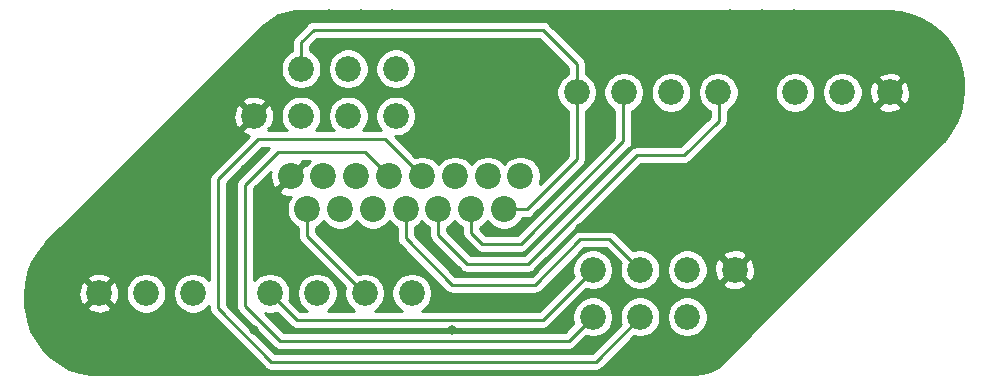
<source format=gtl>
G04 #@! TF.GenerationSoftware,KiCad,Pcbnew,(5.1.8-0-10_14)*
G04 #@! TF.CreationDate,2021-05-21T15:45:23-04:00*
G04 #@! TF.ProjectId,TwinFamicom_Expansion,5477696e-4661-46d6-9963-6f6d5f457870,rev?*
G04 #@! TF.SameCoordinates,Original*
G04 #@! TF.FileFunction,Copper,L1,Top*
G04 #@! TF.FilePolarity,Positive*
%FSLAX46Y46*%
G04 Gerber Fmt 4.6, Leading zero omitted, Abs format (unit mm)*
G04 Created by KiCad (PCBNEW (5.1.8-0-10_14)) date 2021-05-21 15:45:23*
%MOMM*%
%LPD*%
G01*
G04 APERTURE LIST*
G04 #@! TA.AperFunction,ComponentPad*
%ADD10C,2.200000*%
G04 #@! TD*
G04 #@! TA.AperFunction,ComponentPad*
%ADD11C,2.180000*%
G04 #@! TD*
G04 #@! TA.AperFunction,ViaPad*
%ADD12C,0.800000*%
G04 #@! TD*
G04 #@! TA.AperFunction,ViaPad*
%ADD13C,4.800000*%
G04 #@! TD*
G04 #@! TA.AperFunction,Conductor*
%ADD14C,0.250000*%
G04 #@! TD*
G04 #@! TA.AperFunction,Conductor*
%ADD15C,0.254000*%
G04 #@! TD*
G04 #@! TA.AperFunction,Conductor*
%ADD16C,0.100000*%
G04 #@! TD*
G04 APERTURE END LIST*
D10*
X140093700Y-94541340D03*
X142873700Y-94541340D03*
X145653700Y-94541340D03*
X148433700Y-94541340D03*
X151213700Y-94541340D03*
X153993700Y-94541340D03*
X156773700Y-94541340D03*
X159553700Y-94541340D03*
X158163700Y-97321340D03*
X155383700Y-97321340D03*
X152603700Y-97321340D03*
X149823700Y-97321340D03*
X147043700Y-97321340D03*
X144263700Y-97321340D03*
X141483700Y-97321340D03*
D11*
X140976700Y-85439340D03*
X144976700Y-85439340D03*
X148976700Y-85439340D03*
X148976700Y-89439340D03*
X144976700Y-89439340D03*
X140976700Y-89439340D03*
X136976700Y-89439340D03*
X177676700Y-102439340D03*
X173676700Y-102439340D03*
X169676700Y-102439340D03*
X165676700Y-102439340D03*
X165676700Y-106439340D03*
X169676700Y-106439340D03*
X173676700Y-106439340D03*
X164301700Y-87439340D03*
X168301700Y-87439340D03*
X172301700Y-87439340D03*
X176301700Y-87439340D03*
X182801700Y-87439340D03*
X186801700Y-87439340D03*
X190801700Y-87439340D03*
X123851700Y-104439340D03*
X127851700Y-104439340D03*
X131851700Y-104439340D03*
X138351700Y-104439340D03*
X142351700Y-104439340D03*
X146351700Y-104439340D03*
X150351700Y-104439340D03*
D12*
X135150860Y-99072700D03*
D13*
X129180700Y-94677340D03*
X185472700Y-97201340D03*
D12*
X145646140Y-99334320D03*
X148363940Y-102483920D03*
X161864040Y-92981780D03*
X170307000Y-90736420D03*
X133604000Y-87000080D03*
X131909820Y-88757760D03*
X130086100Y-90517980D03*
X126966980Y-111031020D03*
X129524760Y-111031020D03*
X131983480Y-111031020D03*
X167909240Y-111031020D03*
X170500040Y-111031020D03*
X173055280Y-111031020D03*
X181310280Y-105023920D03*
X183291480Y-103139240D03*
X185242200Y-101348540D03*
X143362680Y-80794860D03*
X146047460Y-80794860D03*
X148701760Y-80794860D03*
X177274220Y-80794860D03*
X179992020Y-80794860D03*
X182740300Y-80794860D03*
X167736520Y-97088960D03*
X167767000Y-98544380D03*
X137779760Y-100871020D03*
X140360400Y-102483920D03*
X138470640Y-96700340D03*
X136194800Y-93926660D03*
X137002520Y-107579160D03*
X139367260Y-107035600D03*
X158130240Y-105117900D03*
X163187380Y-106944160D03*
X165498780Y-108653580D03*
X171670980Y-108267500D03*
X171874180Y-97096580D03*
X171874180Y-99014280D03*
X174335440Y-89296240D03*
X170304460Y-84963000D03*
X166166800Y-81196180D03*
X170195240Y-81196180D03*
X142935960Y-83741260D03*
X151544020Y-83898740D03*
X161071560Y-86677500D03*
X155996640Y-85222080D03*
X155966160Y-90589100D03*
X185950860Y-91005660D03*
X187853320Y-91005660D03*
X187853320Y-92908120D03*
X185950860Y-92943680D03*
X128363980Y-98318320D03*
X130634740Y-100477320D03*
X128363980Y-100477320D03*
X130634740Y-98282760D03*
X156791660Y-99004120D03*
X155028900Y-100426520D03*
X153253440Y-101683820D03*
X166357300Y-90197940D03*
X169664380Y-94414340D03*
X153751280Y-107556300D03*
X152788620Y-88442800D03*
X164632640Y-98882200D03*
X135150860Y-103454200D03*
X135382000Y-91358720D03*
X161853880Y-89725500D03*
D14*
X163629340Y-108475780D02*
X165658800Y-106446320D01*
X148433700Y-94541340D02*
X146353440Y-92461080D01*
X136255760Y-105547160D02*
X139184380Y-108475780D01*
X136255760Y-95234760D02*
X136255760Y-105547160D01*
X139184380Y-108475780D02*
X163629340Y-108475780D01*
X139029440Y-92461080D02*
X136255760Y-95234760D01*
X146353440Y-92461080D02*
X139029440Y-92461080D01*
X138457940Y-110253780D02*
X165935660Y-110253780D01*
X133934200Y-105730040D02*
X138457940Y-110253780D01*
X151213700Y-94541340D02*
X148084420Y-91412060D01*
X148084420Y-91412060D02*
X137317480Y-91412060D01*
X133934200Y-94795340D02*
X133934200Y-105730040D01*
X165935660Y-110253780D02*
X169699940Y-106489500D01*
X137317480Y-91412060D02*
X133934200Y-94795340D01*
X140599160Y-106692700D02*
X138348720Y-104442260D01*
X161429700Y-106692700D02*
X140599160Y-106692700D01*
X165676700Y-102445700D02*
X161429700Y-106692700D01*
X165676700Y-102439340D02*
X165676700Y-102445700D01*
X140975080Y-83197700D02*
X140975080Y-85359240D01*
X142036800Y-82135980D02*
X140975080Y-83197700D01*
X140975080Y-85359240D02*
X140952220Y-85382100D01*
X164304980Y-93106240D02*
X164304980Y-85018880D01*
X161422080Y-82135980D02*
X142036800Y-82135980D01*
X164304980Y-85018880D02*
X161422080Y-82135980D01*
X160089880Y-97321340D02*
X164304980Y-93106240D01*
X158163700Y-97321340D02*
X160089880Y-97321340D01*
X168257220Y-91569540D02*
X168257220Y-87416640D01*
X156326840Y-100251260D02*
X159575500Y-100251260D01*
X159575500Y-100251260D02*
X168257220Y-91569540D01*
X155383700Y-99308120D02*
X156326840Y-100251260D01*
X155383700Y-97321340D02*
X155383700Y-99308120D01*
X176321720Y-89819480D02*
X176321720Y-87457280D01*
X173413420Y-92727780D02*
X176321720Y-89819480D01*
X152603700Y-99512620D02*
X155064460Y-101973380D01*
X169420540Y-92727780D02*
X173413420Y-92727780D01*
X160174940Y-101973380D02*
X169420540Y-92727780D01*
X155064460Y-101973380D02*
X160174940Y-101973380D01*
X152603700Y-97321340D02*
X152603700Y-99512620D01*
X167073580Y-99888040D02*
X169679620Y-102494080D01*
X164627560Y-99888040D02*
X167073580Y-99888040D01*
X153736040Y-103703120D02*
X160812480Y-103703120D01*
X149823700Y-99790780D02*
X153736040Y-103703120D01*
X160812480Y-103703120D02*
X164627560Y-99888040D01*
X149823700Y-97321340D02*
X149823700Y-99790780D01*
X141483700Y-97321340D02*
X141483700Y-99601640D01*
X141483700Y-99601640D02*
X146204940Y-104322880D01*
D15*
X191682932Y-80641932D02*
X192590073Y-80846647D01*
X193456989Y-81183194D01*
X194264641Y-81644186D01*
X194995279Y-82219491D01*
X195632863Y-82896478D01*
X196163372Y-83660262D01*
X196575163Y-84494075D01*
X196859184Y-85379597D01*
X197010916Y-86307881D01*
X197035383Y-86895795D01*
X197034966Y-87152447D01*
X196963967Y-88129936D01*
X196758685Y-89059409D01*
X196421382Y-89949504D01*
X195959117Y-90781593D01*
X195371883Y-91550933D01*
X195099175Y-91840785D01*
X176804544Y-110179437D01*
X176239659Y-110652424D01*
X175629056Y-110991444D01*
X174965366Y-111208884D01*
X174240430Y-111300978D01*
X174195473Y-111301913D01*
X123131697Y-111302622D01*
X122235102Y-111129307D01*
X121358607Y-110819947D01*
X120537460Y-110384428D01*
X119789708Y-109832320D01*
X119131772Y-109175748D01*
X118578116Y-108429145D01*
X118140894Y-107608904D01*
X117829715Y-106733050D01*
X117650325Y-105815256D01*
X117639820Y-105638923D01*
X122831722Y-105638923D01*
X122938348Y-105912527D01*
X123243302Y-106062406D01*
X123571638Y-106149912D01*
X123910735Y-106171681D01*
X124247564Y-106126877D01*
X124569179Y-106017223D01*
X124765052Y-105912527D01*
X124871678Y-105638923D01*
X123851700Y-104618945D01*
X122831722Y-105638923D01*
X117639820Y-105638923D01*
X117605080Y-105055799D01*
X117605080Y-104509746D01*
X117605922Y-104498375D01*
X122119359Y-104498375D01*
X122164163Y-104835204D01*
X122273817Y-105156819D01*
X122378513Y-105352692D01*
X122652117Y-105459318D01*
X123672095Y-104439340D01*
X124031305Y-104439340D01*
X125051283Y-105459318D01*
X125324887Y-105352692D01*
X125474766Y-105047738D01*
X125562272Y-104719402D01*
X125584041Y-104380305D01*
X125569295Y-104269442D01*
X126126700Y-104269442D01*
X126126700Y-104609238D01*
X126192990Y-104942504D01*
X126323024Y-105256434D01*
X126511805Y-105538964D01*
X126752076Y-105779235D01*
X127034606Y-105968016D01*
X127348536Y-106098050D01*
X127681802Y-106164340D01*
X128021598Y-106164340D01*
X128354864Y-106098050D01*
X128668794Y-105968016D01*
X128951324Y-105779235D01*
X129191595Y-105538964D01*
X129380376Y-105256434D01*
X129510410Y-104942504D01*
X129576700Y-104609238D01*
X129576700Y-104269442D01*
X130126700Y-104269442D01*
X130126700Y-104609238D01*
X130192990Y-104942504D01*
X130323024Y-105256434D01*
X130511805Y-105538964D01*
X130752076Y-105779235D01*
X131034606Y-105968016D01*
X131348536Y-106098050D01*
X131681802Y-106164340D01*
X132021598Y-106164340D01*
X132354864Y-106098050D01*
X132668794Y-105968016D01*
X132951324Y-105779235D01*
X133174201Y-105556358D01*
X133174201Y-105692708D01*
X133170524Y-105730040D01*
X133174201Y-105767373D01*
X133180116Y-105827423D01*
X133185198Y-105879025D01*
X133228654Y-106022286D01*
X133299226Y-106154316D01*
X133365435Y-106234991D01*
X133394200Y-106270041D01*
X133423198Y-106293839D01*
X137894145Y-110764788D01*
X137917939Y-110793781D01*
X137946932Y-110817575D01*
X137946936Y-110817579D01*
X137993704Y-110855960D01*
X138033664Y-110888754D01*
X138165693Y-110959326D01*
X138308954Y-111002783D01*
X138420607Y-111013780D01*
X138420616Y-111013780D01*
X138457939Y-111017456D01*
X138495262Y-111013780D01*
X165898338Y-111013780D01*
X165935660Y-111017456D01*
X165972982Y-111013780D01*
X165972993Y-111013780D01*
X166084646Y-111002783D01*
X166227907Y-110959326D01*
X166359936Y-110888754D01*
X166475661Y-110793781D01*
X166499464Y-110764777D01*
X169168343Y-108095899D01*
X169173536Y-108098050D01*
X169506802Y-108164340D01*
X169846598Y-108164340D01*
X170179864Y-108098050D01*
X170493794Y-107968016D01*
X170776324Y-107779235D01*
X171016595Y-107538964D01*
X171205376Y-107256434D01*
X171335410Y-106942504D01*
X171401700Y-106609238D01*
X171401700Y-106269442D01*
X171951700Y-106269442D01*
X171951700Y-106609238D01*
X172017990Y-106942504D01*
X172148024Y-107256434D01*
X172336805Y-107538964D01*
X172577076Y-107779235D01*
X172859606Y-107968016D01*
X173173536Y-108098050D01*
X173506802Y-108164340D01*
X173846598Y-108164340D01*
X174179864Y-108098050D01*
X174493794Y-107968016D01*
X174776324Y-107779235D01*
X175016595Y-107538964D01*
X175205376Y-107256434D01*
X175335410Y-106942504D01*
X175401700Y-106609238D01*
X175401700Y-106269442D01*
X175335410Y-105936176D01*
X175205376Y-105622246D01*
X175016595Y-105339716D01*
X174776324Y-105099445D01*
X174493794Y-104910664D01*
X174179864Y-104780630D01*
X173846598Y-104714340D01*
X173506802Y-104714340D01*
X173173536Y-104780630D01*
X172859606Y-104910664D01*
X172577076Y-105099445D01*
X172336805Y-105339716D01*
X172148024Y-105622246D01*
X172017990Y-105936176D01*
X171951700Y-106269442D01*
X171401700Y-106269442D01*
X171335410Y-105936176D01*
X171205376Y-105622246D01*
X171016595Y-105339716D01*
X170776324Y-105099445D01*
X170493794Y-104910664D01*
X170179864Y-104780630D01*
X169846598Y-104714340D01*
X169506802Y-104714340D01*
X169173536Y-104780630D01*
X168859606Y-104910664D01*
X168577076Y-105099445D01*
X168336805Y-105339716D01*
X168148024Y-105622246D01*
X168017990Y-105936176D01*
X167951700Y-106269442D01*
X167951700Y-106609238D01*
X168017990Y-106942504D01*
X168063138Y-107051500D01*
X165620859Y-109493780D01*
X138772743Y-109493780D01*
X134694200Y-105415239D01*
X134694200Y-95110141D01*
X137632283Y-92172060D01*
X138243658Y-92172060D01*
X135744763Y-94670956D01*
X135715759Y-94694759D01*
X135663853Y-94758007D01*
X135620786Y-94810484D01*
X135608438Y-94833586D01*
X135550214Y-94942514D01*
X135506757Y-95085775D01*
X135495760Y-95197428D01*
X135495760Y-95197438D01*
X135492084Y-95234760D01*
X135495760Y-95272082D01*
X135495761Y-105509828D01*
X135492084Y-105547160D01*
X135495761Y-105584493D01*
X135506758Y-105696146D01*
X135519940Y-105739602D01*
X135550214Y-105839406D01*
X135620786Y-105971436D01*
X135691603Y-106057726D01*
X135715760Y-106087161D01*
X135744758Y-106110959D01*
X138620581Y-108986783D01*
X138644379Y-109015781D01*
X138673377Y-109039579D01*
X138760103Y-109110754D01*
X138882719Y-109176294D01*
X138892133Y-109181326D01*
X139035394Y-109224783D01*
X139147047Y-109235780D01*
X139147056Y-109235780D01*
X139184379Y-109239456D01*
X139221702Y-109235780D01*
X163592018Y-109235780D01*
X163629340Y-109239456D01*
X163666662Y-109235780D01*
X163666673Y-109235780D01*
X163778326Y-109224783D01*
X163921587Y-109181326D01*
X164053616Y-109110754D01*
X164169341Y-109015781D01*
X164193144Y-108986777D01*
X165108719Y-108071202D01*
X165173536Y-108098050D01*
X165506802Y-108164340D01*
X165846598Y-108164340D01*
X166179864Y-108098050D01*
X166493794Y-107968016D01*
X166776324Y-107779235D01*
X167016595Y-107538964D01*
X167205376Y-107256434D01*
X167335410Y-106942504D01*
X167401700Y-106609238D01*
X167401700Y-106269442D01*
X167335410Y-105936176D01*
X167205376Y-105622246D01*
X167016595Y-105339716D01*
X166776324Y-105099445D01*
X166493794Y-104910664D01*
X166179864Y-104780630D01*
X165846598Y-104714340D01*
X165506802Y-104714340D01*
X165173536Y-104780630D01*
X164859606Y-104910664D01*
X164577076Y-105099445D01*
X164336805Y-105339716D01*
X164148024Y-105622246D01*
X164017990Y-105936176D01*
X163951700Y-106269442D01*
X163951700Y-106609238D01*
X164017990Y-106942504D01*
X164038441Y-106991877D01*
X163314539Y-107715780D01*
X139499182Y-107715780D01*
X137889624Y-106106223D01*
X138181802Y-106164340D01*
X138521598Y-106164340D01*
X138854864Y-106098050D01*
X138907787Y-106076129D01*
X140035361Y-107203703D01*
X140059159Y-107232701D01*
X140174884Y-107327674D01*
X140306913Y-107398246D01*
X140450174Y-107441703D01*
X140561827Y-107452700D01*
X140561835Y-107452700D01*
X140599160Y-107456376D01*
X140636485Y-107452700D01*
X161392378Y-107452700D01*
X161429700Y-107456376D01*
X161467022Y-107452700D01*
X161467033Y-107452700D01*
X161578686Y-107441703D01*
X161721947Y-107398246D01*
X161853976Y-107327674D01*
X161969701Y-107232701D01*
X161993504Y-107203697D01*
X165120938Y-104076263D01*
X165173536Y-104098050D01*
X165506802Y-104164340D01*
X165846598Y-104164340D01*
X166179864Y-104098050D01*
X166493794Y-103968016D01*
X166776324Y-103779235D01*
X167016595Y-103538964D01*
X167205376Y-103256434D01*
X167335410Y-102942504D01*
X167401700Y-102609238D01*
X167401700Y-102269442D01*
X167335410Y-101936176D01*
X167205376Y-101622246D01*
X167016595Y-101339716D01*
X166776324Y-101099445D01*
X166493794Y-100910664D01*
X166179864Y-100780630D01*
X165846598Y-100714340D01*
X165506802Y-100714340D01*
X165173536Y-100780630D01*
X164859606Y-100910664D01*
X164577076Y-101099445D01*
X164336805Y-101339716D01*
X164148024Y-101622246D01*
X164017990Y-101936176D01*
X163951700Y-102269442D01*
X163951700Y-102609238D01*
X164017990Y-102942504D01*
X164043502Y-103004096D01*
X161114899Y-105932700D01*
X151221648Y-105932700D01*
X151451324Y-105779235D01*
X151691595Y-105538964D01*
X151880376Y-105256434D01*
X152010410Y-104942504D01*
X152076700Y-104609238D01*
X152076700Y-104269442D01*
X152010410Y-103936176D01*
X151880376Y-103622246D01*
X151691595Y-103339716D01*
X151451324Y-103099445D01*
X151168794Y-102910664D01*
X150854864Y-102780630D01*
X150521598Y-102714340D01*
X150181802Y-102714340D01*
X149848536Y-102780630D01*
X149534606Y-102910664D01*
X149252076Y-103099445D01*
X149011805Y-103339716D01*
X148823024Y-103622246D01*
X148692990Y-103936176D01*
X148626700Y-104269442D01*
X148626700Y-104609238D01*
X148692990Y-104942504D01*
X148823024Y-105256434D01*
X149011805Y-105538964D01*
X149252076Y-105779235D01*
X149481752Y-105932700D01*
X147221648Y-105932700D01*
X147451324Y-105779235D01*
X147691595Y-105538964D01*
X147880376Y-105256434D01*
X148010410Y-104942504D01*
X148076700Y-104609238D01*
X148076700Y-104269442D01*
X148010410Y-103936176D01*
X147880376Y-103622246D01*
X147691595Y-103339716D01*
X147451324Y-103099445D01*
X147168794Y-102910664D01*
X146854864Y-102780630D01*
X146521598Y-102714340D01*
X146181802Y-102714340D01*
X145848536Y-102780630D01*
X145770016Y-102813154D01*
X142243700Y-99286839D01*
X142243700Y-98884488D01*
X142305531Y-98858877D01*
X142589698Y-98669003D01*
X142831363Y-98427338D01*
X142873700Y-98363976D01*
X142916037Y-98427338D01*
X143157702Y-98669003D01*
X143441869Y-98858877D01*
X143757619Y-98989665D01*
X144092817Y-99056340D01*
X144434583Y-99056340D01*
X144769781Y-98989665D01*
X145085531Y-98858877D01*
X145369698Y-98669003D01*
X145611363Y-98427338D01*
X145653700Y-98363976D01*
X145696037Y-98427338D01*
X145937702Y-98669003D01*
X146221869Y-98858877D01*
X146537619Y-98989665D01*
X146872817Y-99056340D01*
X147214583Y-99056340D01*
X147549781Y-98989665D01*
X147865531Y-98858877D01*
X148149698Y-98669003D01*
X148391363Y-98427338D01*
X148433700Y-98363976D01*
X148476037Y-98427338D01*
X148717702Y-98669003D01*
X149001869Y-98858877D01*
X149063701Y-98884489D01*
X149063701Y-99753448D01*
X149060024Y-99790780D01*
X149063701Y-99828113D01*
X149074698Y-99939766D01*
X149080537Y-99959014D01*
X149118154Y-100083026D01*
X149188726Y-100215056D01*
X149238986Y-100276297D01*
X149283700Y-100330781D01*
X149312698Y-100354579D01*
X153172241Y-104214123D01*
X153196039Y-104243121D01*
X153311764Y-104338094D01*
X153443793Y-104408666D01*
X153587054Y-104452123D01*
X153698707Y-104463120D01*
X153698716Y-104463120D01*
X153736039Y-104466796D01*
X153773362Y-104463120D01*
X160775158Y-104463120D01*
X160812480Y-104466796D01*
X160849802Y-104463120D01*
X160849813Y-104463120D01*
X160961466Y-104452123D01*
X161104727Y-104408666D01*
X161236756Y-104338094D01*
X161352481Y-104243121D01*
X161376284Y-104214117D01*
X164942362Y-100648040D01*
X166758779Y-100648040D01*
X168026462Y-101915723D01*
X168017990Y-101936176D01*
X167951700Y-102269442D01*
X167951700Y-102609238D01*
X168017990Y-102942504D01*
X168148024Y-103256434D01*
X168336805Y-103538964D01*
X168577076Y-103779235D01*
X168859606Y-103968016D01*
X169173536Y-104098050D01*
X169506802Y-104164340D01*
X169846598Y-104164340D01*
X170179864Y-104098050D01*
X170493794Y-103968016D01*
X170776324Y-103779235D01*
X171016595Y-103538964D01*
X171205376Y-103256434D01*
X171335410Y-102942504D01*
X171401700Y-102609238D01*
X171401700Y-102269442D01*
X171951700Y-102269442D01*
X171951700Y-102609238D01*
X172017990Y-102942504D01*
X172148024Y-103256434D01*
X172336805Y-103538964D01*
X172577076Y-103779235D01*
X172859606Y-103968016D01*
X173173536Y-104098050D01*
X173506802Y-104164340D01*
X173846598Y-104164340D01*
X174179864Y-104098050D01*
X174493794Y-103968016D01*
X174776324Y-103779235D01*
X174916636Y-103638923D01*
X176656722Y-103638923D01*
X176763348Y-103912527D01*
X177068302Y-104062406D01*
X177396638Y-104149912D01*
X177735735Y-104171681D01*
X178072564Y-104126877D01*
X178394179Y-104017223D01*
X178590052Y-103912527D01*
X178696678Y-103638923D01*
X177676700Y-102618945D01*
X176656722Y-103638923D01*
X174916636Y-103638923D01*
X175016595Y-103538964D01*
X175205376Y-103256434D01*
X175335410Y-102942504D01*
X175401700Y-102609238D01*
X175401700Y-102498375D01*
X175944359Y-102498375D01*
X175989163Y-102835204D01*
X176098817Y-103156819D01*
X176203513Y-103352692D01*
X176477117Y-103459318D01*
X177497095Y-102439340D01*
X177856305Y-102439340D01*
X178876283Y-103459318D01*
X179149887Y-103352692D01*
X179299766Y-103047738D01*
X179387272Y-102719402D01*
X179409041Y-102380305D01*
X179364237Y-102043476D01*
X179254583Y-101721861D01*
X179149887Y-101525988D01*
X178876283Y-101419362D01*
X177856305Y-102439340D01*
X177497095Y-102439340D01*
X176477117Y-101419362D01*
X176203513Y-101525988D01*
X176053634Y-101830942D01*
X175966128Y-102159278D01*
X175944359Y-102498375D01*
X175401700Y-102498375D01*
X175401700Y-102269442D01*
X175335410Y-101936176D01*
X175205376Y-101622246D01*
X175016595Y-101339716D01*
X174916636Y-101239757D01*
X176656722Y-101239757D01*
X177676700Y-102259735D01*
X178696678Y-101239757D01*
X178590052Y-100966153D01*
X178285098Y-100816274D01*
X177956762Y-100728768D01*
X177617665Y-100706999D01*
X177280836Y-100751803D01*
X176959221Y-100861457D01*
X176763348Y-100966153D01*
X176656722Y-101239757D01*
X174916636Y-101239757D01*
X174776324Y-101099445D01*
X174493794Y-100910664D01*
X174179864Y-100780630D01*
X173846598Y-100714340D01*
X173506802Y-100714340D01*
X173173536Y-100780630D01*
X172859606Y-100910664D01*
X172577076Y-101099445D01*
X172336805Y-101339716D01*
X172148024Y-101622246D01*
X172017990Y-101936176D01*
X171951700Y-102269442D01*
X171401700Y-102269442D01*
X171335410Y-101936176D01*
X171205376Y-101622246D01*
X171016595Y-101339716D01*
X170776324Y-101099445D01*
X170493794Y-100910664D01*
X170179864Y-100780630D01*
X169846598Y-100714340D01*
X169506802Y-100714340D01*
X169173536Y-100780630D01*
X169079799Y-100819457D01*
X167637384Y-99377043D01*
X167613581Y-99348039D01*
X167497856Y-99253066D01*
X167365827Y-99182494D01*
X167222566Y-99139037D01*
X167110913Y-99128040D01*
X167110902Y-99128040D01*
X167073580Y-99124364D01*
X167036258Y-99128040D01*
X164664883Y-99128040D01*
X164627560Y-99124364D01*
X164590237Y-99128040D01*
X164590227Y-99128040D01*
X164478574Y-99139037D01*
X164352225Y-99177364D01*
X164335313Y-99182494D01*
X164203283Y-99253066D01*
X164136200Y-99308120D01*
X164087559Y-99348039D01*
X164063761Y-99377037D01*
X160497679Y-102943120D01*
X154050842Y-102943120D01*
X150583700Y-99475979D01*
X150583700Y-98884488D01*
X150645531Y-98858877D01*
X150929698Y-98669003D01*
X151171363Y-98427338D01*
X151213700Y-98363976D01*
X151256037Y-98427338D01*
X151497702Y-98669003D01*
X151781869Y-98858877D01*
X151843701Y-98884489D01*
X151843701Y-99475288D01*
X151840024Y-99512620D01*
X151843701Y-99549953D01*
X151854505Y-99659641D01*
X151854698Y-99661605D01*
X151898154Y-99804866D01*
X151968726Y-99936896D01*
X152031730Y-100013666D01*
X152063700Y-100052621D01*
X152092698Y-100076419D01*
X154500661Y-102484383D01*
X154524459Y-102513381D01*
X154640184Y-102608354D01*
X154772213Y-102678926D01*
X154915474Y-102722383D01*
X155027127Y-102733380D01*
X155027136Y-102733380D01*
X155064459Y-102737056D01*
X155101782Y-102733380D01*
X160137618Y-102733380D01*
X160174940Y-102737056D01*
X160212262Y-102733380D01*
X160212273Y-102733380D01*
X160323926Y-102722383D01*
X160467187Y-102678926D01*
X160599216Y-102608354D01*
X160714941Y-102513381D01*
X160738744Y-102484377D01*
X169735342Y-93487780D01*
X173376098Y-93487780D01*
X173413420Y-93491456D01*
X173450742Y-93487780D01*
X173450753Y-93487780D01*
X173562406Y-93476783D01*
X173705667Y-93433326D01*
X173837696Y-93362754D01*
X173953421Y-93267781D01*
X173977224Y-93238777D01*
X176832724Y-90383278D01*
X176861721Y-90359481D01*
X176956694Y-90243756D01*
X177027266Y-90111727D01*
X177070723Y-89968466D01*
X177081720Y-89856813D01*
X177081720Y-89856804D01*
X177085396Y-89819481D01*
X177081720Y-89782158D01*
X177081720Y-88983373D01*
X177118794Y-88968016D01*
X177401324Y-88779235D01*
X177641595Y-88538964D01*
X177830376Y-88256434D01*
X177960410Y-87942504D01*
X178026700Y-87609238D01*
X178026700Y-87269442D01*
X181076700Y-87269442D01*
X181076700Y-87609238D01*
X181142990Y-87942504D01*
X181273024Y-88256434D01*
X181461805Y-88538964D01*
X181702076Y-88779235D01*
X181984606Y-88968016D01*
X182298536Y-89098050D01*
X182631802Y-89164340D01*
X182971598Y-89164340D01*
X183304864Y-89098050D01*
X183618794Y-88968016D01*
X183901324Y-88779235D01*
X184141595Y-88538964D01*
X184330376Y-88256434D01*
X184460410Y-87942504D01*
X184526700Y-87609238D01*
X184526700Y-87269442D01*
X185076700Y-87269442D01*
X185076700Y-87609238D01*
X185142990Y-87942504D01*
X185273024Y-88256434D01*
X185461805Y-88538964D01*
X185702076Y-88779235D01*
X185984606Y-88968016D01*
X186298536Y-89098050D01*
X186631802Y-89164340D01*
X186971598Y-89164340D01*
X187304864Y-89098050D01*
X187618794Y-88968016D01*
X187901324Y-88779235D01*
X188041636Y-88638923D01*
X189781722Y-88638923D01*
X189888348Y-88912527D01*
X190193302Y-89062406D01*
X190521638Y-89149912D01*
X190860735Y-89171681D01*
X191197564Y-89126877D01*
X191519179Y-89017223D01*
X191715052Y-88912527D01*
X191821678Y-88638923D01*
X190801700Y-87618945D01*
X189781722Y-88638923D01*
X188041636Y-88638923D01*
X188141595Y-88538964D01*
X188330376Y-88256434D01*
X188460410Y-87942504D01*
X188526700Y-87609238D01*
X188526700Y-87498375D01*
X189069359Y-87498375D01*
X189114163Y-87835204D01*
X189223817Y-88156819D01*
X189328513Y-88352692D01*
X189602117Y-88459318D01*
X190622095Y-87439340D01*
X190981305Y-87439340D01*
X192001283Y-88459318D01*
X192274887Y-88352692D01*
X192424766Y-88047738D01*
X192512272Y-87719402D01*
X192534041Y-87380305D01*
X192489237Y-87043476D01*
X192379583Y-86721861D01*
X192274887Y-86525988D01*
X192001283Y-86419362D01*
X190981305Y-87439340D01*
X190622095Y-87439340D01*
X189602117Y-86419362D01*
X189328513Y-86525988D01*
X189178634Y-86830942D01*
X189091128Y-87159278D01*
X189069359Y-87498375D01*
X188526700Y-87498375D01*
X188526700Y-87269442D01*
X188460410Y-86936176D01*
X188330376Y-86622246D01*
X188141595Y-86339716D01*
X188041636Y-86239757D01*
X189781722Y-86239757D01*
X190801700Y-87259735D01*
X191821678Y-86239757D01*
X191715052Y-85966153D01*
X191410098Y-85816274D01*
X191081762Y-85728768D01*
X190742665Y-85706999D01*
X190405836Y-85751803D01*
X190084221Y-85861457D01*
X189888348Y-85966153D01*
X189781722Y-86239757D01*
X188041636Y-86239757D01*
X187901324Y-86099445D01*
X187618794Y-85910664D01*
X187304864Y-85780630D01*
X186971598Y-85714340D01*
X186631802Y-85714340D01*
X186298536Y-85780630D01*
X185984606Y-85910664D01*
X185702076Y-86099445D01*
X185461805Y-86339716D01*
X185273024Y-86622246D01*
X185142990Y-86936176D01*
X185076700Y-87269442D01*
X184526700Y-87269442D01*
X184460410Y-86936176D01*
X184330376Y-86622246D01*
X184141595Y-86339716D01*
X183901324Y-86099445D01*
X183618794Y-85910664D01*
X183304864Y-85780630D01*
X182971598Y-85714340D01*
X182631802Y-85714340D01*
X182298536Y-85780630D01*
X181984606Y-85910664D01*
X181702076Y-86099445D01*
X181461805Y-86339716D01*
X181273024Y-86622246D01*
X181142990Y-86936176D01*
X181076700Y-87269442D01*
X178026700Y-87269442D01*
X177960410Y-86936176D01*
X177830376Y-86622246D01*
X177641595Y-86339716D01*
X177401324Y-86099445D01*
X177118794Y-85910664D01*
X176804864Y-85780630D01*
X176471598Y-85714340D01*
X176131802Y-85714340D01*
X175798536Y-85780630D01*
X175484606Y-85910664D01*
X175202076Y-86099445D01*
X174961805Y-86339716D01*
X174773024Y-86622246D01*
X174642990Y-86936176D01*
X174576700Y-87269442D01*
X174576700Y-87609238D01*
X174642990Y-87942504D01*
X174773024Y-88256434D01*
X174961805Y-88538964D01*
X175202076Y-88779235D01*
X175484606Y-88968016D01*
X175561720Y-88999958D01*
X175561720Y-89504678D01*
X173098619Y-91967780D01*
X169457863Y-91967780D01*
X169420540Y-91964104D01*
X169383217Y-91967780D01*
X169383207Y-91967780D01*
X169271554Y-91978777D01*
X169128293Y-92022234D01*
X168996263Y-92092806D01*
X168913093Y-92161063D01*
X168880539Y-92187779D01*
X168856741Y-92216777D01*
X159860139Y-101213380D01*
X155379262Y-101213380D01*
X153363700Y-99197819D01*
X153363700Y-98884488D01*
X153425531Y-98858877D01*
X153709698Y-98669003D01*
X153951363Y-98427338D01*
X153993700Y-98363976D01*
X154036037Y-98427338D01*
X154277702Y-98669003D01*
X154561869Y-98858877D01*
X154623701Y-98884489D01*
X154623701Y-99270788D01*
X154620024Y-99308120D01*
X154623701Y-99345453D01*
X154634698Y-99457106D01*
X154645058Y-99491260D01*
X154678154Y-99600366D01*
X154748726Y-99732396D01*
X154819901Y-99819122D01*
X154843700Y-99848121D01*
X154872698Y-99871919D01*
X155763045Y-100762268D01*
X155786839Y-100791261D01*
X155815832Y-100815055D01*
X155815836Y-100815059D01*
X155872373Y-100861457D01*
X155902564Y-100886234D01*
X156034593Y-100956806D01*
X156177854Y-101000263D01*
X156289507Y-101011260D01*
X156289516Y-101011260D01*
X156326839Y-101014936D01*
X156364162Y-101011260D01*
X159538178Y-101011260D01*
X159575500Y-101014936D01*
X159612822Y-101011260D01*
X159612833Y-101011260D01*
X159724486Y-101000263D01*
X159867747Y-100956806D01*
X159999776Y-100886234D01*
X160115501Y-100791261D01*
X160139304Y-100762257D01*
X168768224Y-92133338D01*
X168797221Y-92109541D01*
X168892194Y-91993816D01*
X168962766Y-91861787D01*
X169006223Y-91718526D01*
X169017220Y-91606873D01*
X169017220Y-91606864D01*
X169020896Y-91569541D01*
X169017220Y-91532218D01*
X169017220Y-89010089D01*
X169118794Y-88968016D01*
X169401324Y-88779235D01*
X169641595Y-88538964D01*
X169830376Y-88256434D01*
X169960410Y-87942504D01*
X170026700Y-87609238D01*
X170026700Y-87269442D01*
X170576700Y-87269442D01*
X170576700Y-87609238D01*
X170642990Y-87942504D01*
X170773024Y-88256434D01*
X170961805Y-88538964D01*
X171202076Y-88779235D01*
X171484606Y-88968016D01*
X171798536Y-89098050D01*
X172131802Y-89164340D01*
X172471598Y-89164340D01*
X172804864Y-89098050D01*
X173118794Y-88968016D01*
X173401324Y-88779235D01*
X173641595Y-88538964D01*
X173830376Y-88256434D01*
X173960410Y-87942504D01*
X174026700Y-87609238D01*
X174026700Y-87269442D01*
X173960410Y-86936176D01*
X173830376Y-86622246D01*
X173641595Y-86339716D01*
X173401324Y-86099445D01*
X173118794Y-85910664D01*
X172804864Y-85780630D01*
X172471598Y-85714340D01*
X172131802Y-85714340D01*
X171798536Y-85780630D01*
X171484606Y-85910664D01*
X171202076Y-86099445D01*
X170961805Y-86339716D01*
X170773024Y-86622246D01*
X170642990Y-86936176D01*
X170576700Y-87269442D01*
X170026700Y-87269442D01*
X169960410Y-86936176D01*
X169830376Y-86622246D01*
X169641595Y-86339716D01*
X169401324Y-86099445D01*
X169118794Y-85910664D01*
X168804864Y-85780630D01*
X168471598Y-85714340D01*
X168131802Y-85714340D01*
X167798536Y-85780630D01*
X167484606Y-85910664D01*
X167202076Y-86099445D01*
X166961805Y-86339716D01*
X166773024Y-86622246D01*
X166642990Y-86936176D01*
X166576700Y-87269442D01*
X166576700Y-87609238D01*
X166642990Y-87942504D01*
X166773024Y-88256434D01*
X166961805Y-88538964D01*
X167202076Y-88779235D01*
X167484606Y-88968016D01*
X167497221Y-88973241D01*
X167497220Y-91254738D01*
X159260699Y-99491260D01*
X156641642Y-99491260D01*
X156143700Y-98993318D01*
X156143700Y-98884488D01*
X156205531Y-98858877D01*
X156489698Y-98669003D01*
X156731363Y-98427338D01*
X156773700Y-98363976D01*
X156816037Y-98427338D01*
X157057702Y-98669003D01*
X157341869Y-98858877D01*
X157657619Y-98989665D01*
X157992817Y-99056340D01*
X158334583Y-99056340D01*
X158669781Y-98989665D01*
X158985531Y-98858877D01*
X159269698Y-98669003D01*
X159511363Y-98427338D01*
X159701237Y-98143171D01*
X159726848Y-98081340D01*
X160052558Y-98081340D01*
X160089880Y-98085016D01*
X160127202Y-98081340D01*
X160127213Y-98081340D01*
X160238866Y-98070343D01*
X160382127Y-98026886D01*
X160514156Y-97956314D01*
X160629881Y-97861341D01*
X160653684Y-97832337D01*
X164815984Y-93670038D01*
X164844981Y-93646241D01*
X164939954Y-93530516D01*
X165010526Y-93398487D01*
X165053983Y-93255226D01*
X165064980Y-93143573D01*
X165064980Y-93143572D01*
X165068657Y-93106240D01*
X165064980Y-93068907D01*
X165064980Y-88990306D01*
X165118794Y-88968016D01*
X165401324Y-88779235D01*
X165641595Y-88538964D01*
X165830376Y-88256434D01*
X165960410Y-87942504D01*
X166026700Y-87609238D01*
X166026700Y-87269442D01*
X165960410Y-86936176D01*
X165830376Y-86622246D01*
X165641595Y-86339716D01*
X165401324Y-86099445D01*
X165118794Y-85910664D01*
X165064980Y-85888374D01*
X165064980Y-85056202D01*
X165068656Y-85018879D01*
X165064980Y-84981556D01*
X165064980Y-84981547D01*
X165053983Y-84869894D01*
X165010526Y-84726633D01*
X164939954Y-84594604D01*
X164844981Y-84478879D01*
X164815983Y-84455081D01*
X161985884Y-81624983D01*
X161962081Y-81595979D01*
X161846356Y-81501006D01*
X161714327Y-81430434D01*
X161571066Y-81386977D01*
X161459413Y-81375980D01*
X161459402Y-81375980D01*
X161422080Y-81372304D01*
X161384758Y-81375980D01*
X142074123Y-81375980D01*
X142036800Y-81372304D01*
X141999477Y-81375980D01*
X141999467Y-81375980D01*
X141887814Y-81386977D01*
X141744553Y-81430434D01*
X141612524Y-81501006D01*
X141496799Y-81595979D01*
X141473001Y-81624977D01*
X140464082Y-82633896D01*
X140435079Y-82657699D01*
X140379951Y-82724874D01*
X140340106Y-82773424D01*
X140295958Y-82856019D01*
X140269534Y-82905454D01*
X140226077Y-83048715D01*
X140215080Y-83160368D01*
X140215080Y-83160378D01*
X140211404Y-83197700D01*
X140215080Y-83235023D01*
X140215080Y-83887686D01*
X140159606Y-83910664D01*
X139877076Y-84099445D01*
X139636805Y-84339716D01*
X139448024Y-84622246D01*
X139317990Y-84936176D01*
X139251700Y-85269442D01*
X139251700Y-85609238D01*
X139317990Y-85942504D01*
X139448024Y-86256434D01*
X139636805Y-86538964D01*
X139877076Y-86779235D01*
X140159606Y-86968016D01*
X140473536Y-87098050D01*
X140806802Y-87164340D01*
X141146598Y-87164340D01*
X141479864Y-87098050D01*
X141793794Y-86968016D01*
X142076324Y-86779235D01*
X142316595Y-86538964D01*
X142505376Y-86256434D01*
X142635410Y-85942504D01*
X142701700Y-85609238D01*
X142701700Y-85269442D01*
X143251700Y-85269442D01*
X143251700Y-85609238D01*
X143317990Y-85942504D01*
X143448024Y-86256434D01*
X143636805Y-86538964D01*
X143877076Y-86779235D01*
X144159606Y-86968016D01*
X144473536Y-87098050D01*
X144806802Y-87164340D01*
X145146598Y-87164340D01*
X145479864Y-87098050D01*
X145793794Y-86968016D01*
X146076324Y-86779235D01*
X146316595Y-86538964D01*
X146505376Y-86256434D01*
X146635410Y-85942504D01*
X146701700Y-85609238D01*
X146701700Y-85269442D01*
X147251700Y-85269442D01*
X147251700Y-85609238D01*
X147317990Y-85942504D01*
X147448024Y-86256434D01*
X147636805Y-86538964D01*
X147877076Y-86779235D01*
X148159606Y-86968016D01*
X148473536Y-87098050D01*
X148806802Y-87164340D01*
X149146598Y-87164340D01*
X149479864Y-87098050D01*
X149793794Y-86968016D01*
X150076324Y-86779235D01*
X150316595Y-86538964D01*
X150505376Y-86256434D01*
X150635410Y-85942504D01*
X150701700Y-85609238D01*
X150701700Y-85269442D01*
X150635410Y-84936176D01*
X150505376Y-84622246D01*
X150316595Y-84339716D01*
X150076324Y-84099445D01*
X149793794Y-83910664D01*
X149479864Y-83780630D01*
X149146598Y-83714340D01*
X148806802Y-83714340D01*
X148473536Y-83780630D01*
X148159606Y-83910664D01*
X147877076Y-84099445D01*
X147636805Y-84339716D01*
X147448024Y-84622246D01*
X147317990Y-84936176D01*
X147251700Y-85269442D01*
X146701700Y-85269442D01*
X146635410Y-84936176D01*
X146505376Y-84622246D01*
X146316595Y-84339716D01*
X146076324Y-84099445D01*
X145793794Y-83910664D01*
X145479864Y-83780630D01*
X145146598Y-83714340D01*
X144806802Y-83714340D01*
X144473536Y-83780630D01*
X144159606Y-83910664D01*
X143877076Y-84099445D01*
X143636805Y-84339716D01*
X143448024Y-84622246D01*
X143317990Y-84936176D01*
X143251700Y-85269442D01*
X142701700Y-85269442D01*
X142635410Y-84936176D01*
X142505376Y-84622246D01*
X142316595Y-84339716D01*
X142076324Y-84099445D01*
X141793794Y-83910664D01*
X141735080Y-83886344D01*
X141735080Y-83512501D01*
X142351602Y-82895980D01*
X161107279Y-82895980D01*
X163544981Y-85333683D01*
X163544981Y-85885656D01*
X163484606Y-85910664D01*
X163202076Y-86099445D01*
X162961805Y-86339716D01*
X162773024Y-86622246D01*
X162642990Y-86936176D01*
X162576700Y-87269442D01*
X162576700Y-87609238D01*
X162642990Y-87942504D01*
X162773024Y-88256434D01*
X162961805Y-88538964D01*
X163202076Y-88779235D01*
X163484606Y-88968016D01*
X163544981Y-88993024D01*
X163544980Y-92791438D01*
X161174668Y-95161750D01*
X161222025Y-95047421D01*
X161288700Y-94712223D01*
X161288700Y-94370457D01*
X161222025Y-94035259D01*
X161091237Y-93719509D01*
X160901363Y-93435342D01*
X160659698Y-93193677D01*
X160375531Y-93003803D01*
X160059781Y-92873015D01*
X159724583Y-92806340D01*
X159382817Y-92806340D01*
X159047619Y-92873015D01*
X158731869Y-93003803D01*
X158447702Y-93193677D01*
X158206037Y-93435342D01*
X158163700Y-93498704D01*
X158121363Y-93435342D01*
X157879698Y-93193677D01*
X157595531Y-93003803D01*
X157279781Y-92873015D01*
X156944583Y-92806340D01*
X156602817Y-92806340D01*
X156267619Y-92873015D01*
X155951869Y-93003803D01*
X155667702Y-93193677D01*
X155426037Y-93435342D01*
X155383700Y-93498704D01*
X155341363Y-93435342D01*
X155099698Y-93193677D01*
X154815531Y-93003803D01*
X154499781Y-92873015D01*
X154164583Y-92806340D01*
X153822817Y-92806340D01*
X153487619Y-92873015D01*
X153171869Y-93003803D01*
X152887702Y-93193677D01*
X152646037Y-93435342D01*
X152603700Y-93498704D01*
X152561363Y-93435342D01*
X152319698Y-93193677D01*
X152035531Y-93003803D01*
X151719781Y-92873015D01*
X151384583Y-92806340D01*
X151042817Y-92806340D01*
X150707619Y-92873015D01*
X150645788Y-92898626D01*
X148911501Y-91164340D01*
X149146598Y-91164340D01*
X149479864Y-91098050D01*
X149793794Y-90968016D01*
X150076324Y-90779235D01*
X150316595Y-90538964D01*
X150505376Y-90256434D01*
X150635410Y-89942504D01*
X150701700Y-89609238D01*
X150701700Y-89269442D01*
X150635410Y-88936176D01*
X150505376Y-88622246D01*
X150316595Y-88339716D01*
X150076324Y-88099445D01*
X149793794Y-87910664D01*
X149479864Y-87780630D01*
X149146598Y-87714340D01*
X148806802Y-87714340D01*
X148473536Y-87780630D01*
X148159606Y-87910664D01*
X147877076Y-88099445D01*
X147636805Y-88339716D01*
X147448024Y-88622246D01*
X147317990Y-88936176D01*
X147251700Y-89269442D01*
X147251700Y-89609238D01*
X147317990Y-89942504D01*
X147448024Y-90256434D01*
X147636805Y-90538964D01*
X147749901Y-90652060D01*
X146203499Y-90652060D01*
X146316595Y-90538964D01*
X146505376Y-90256434D01*
X146635410Y-89942504D01*
X146701700Y-89609238D01*
X146701700Y-89269442D01*
X146635410Y-88936176D01*
X146505376Y-88622246D01*
X146316595Y-88339716D01*
X146076324Y-88099445D01*
X145793794Y-87910664D01*
X145479864Y-87780630D01*
X145146598Y-87714340D01*
X144806802Y-87714340D01*
X144473536Y-87780630D01*
X144159606Y-87910664D01*
X143877076Y-88099445D01*
X143636805Y-88339716D01*
X143448024Y-88622246D01*
X143317990Y-88936176D01*
X143251700Y-89269442D01*
X143251700Y-89609238D01*
X143317990Y-89942504D01*
X143448024Y-90256434D01*
X143636805Y-90538964D01*
X143749901Y-90652060D01*
X142203499Y-90652060D01*
X142316595Y-90538964D01*
X142505376Y-90256434D01*
X142635410Y-89942504D01*
X142701700Y-89609238D01*
X142701700Y-89269442D01*
X142635410Y-88936176D01*
X142505376Y-88622246D01*
X142316595Y-88339716D01*
X142076324Y-88099445D01*
X141793794Y-87910664D01*
X141479864Y-87780630D01*
X141146598Y-87714340D01*
X140806802Y-87714340D01*
X140473536Y-87780630D01*
X140159606Y-87910664D01*
X139877076Y-88099445D01*
X139636805Y-88339716D01*
X139448024Y-88622246D01*
X139317990Y-88936176D01*
X139251700Y-89269442D01*
X139251700Y-89609238D01*
X139317990Y-89942504D01*
X139448024Y-90256434D01*
X139636805Y-90538964D01*
X139749901Y-90652060D01*
X138214434Y-90652060D01*
X138291731Y-90574763D01*
X138176285Y-90459317D01*
X138449887Y-90352692D01*
X138599766Y-90047738D01*
X138687272Y-89719402D01*
X138709041Y-89380305D01*
X138664237Y-89043476D01*
X138554583Y-88721861D01*
X138449887Y-88525988D01*
X138176283Y-88419362D01*
X137156305Y-89439340D01*
X137170448Y-89453483D01*
X136990843Y-89633088D01*
X136976700Y-89618945D01*
X135956722Y-90638923D01*
X136063348Y-90912527D01*
X136368302Y-91062406D01*
X136545188Y-91109549D01*
X133423203Y-94231536D01*
X133394199Y-94255339D01*
X133339071Y-94322514D01*
X133299226Y-94371064D01*
X133245764Y-94471083D01*
X133228654Y-94503094D01*
X133185197Y-94646355D01*
X133174200Y-94758008D01*
X133174200Y-94758018D01*
X133170524Y-94795340D01*
X133174200Y-94832662D01*
X133174201Y-103322322D01*
X132951324Y-103099445D01*
X132668794Y-102910664D01*
X132354864Y-102780630D01*
X132021598Y-102714340D01*
X131681802Y-102714340D01*
X131348536Y-102780630D01*
X131034606Y-102910664D01*
X130752076Y-103099445D01*
X130511805Y-103339716D01*
X130323024Y-103622246D01*
X130192990Y-103936176D01*
X130126700Y-104269442D01*
X129576700Y-104269442D01*
X129510410Y-103936176D01*
X129380376Y-103622246D01*
X129191595Y-103339716D01*
X128951324Y-103099445D01*
X128668794Y-102910664D01*
X128354864Y-102780630D01*
X128021598Y-102714340D01*
X127681802Y-102714340D01*
X127348536Y-102780630D01*
X127034606Y-102910664D01*
X126752076Y-103099445D01*
X126511805Y-103339716D01*
X126323024Y-103622246D01*
X126192990Y-103936176D01*
X126126700Y-104269442D01*
X125569295Y-104269442D01*
X125539237Y-104043476D01*
X125429583Y-103721861D01*
X125324887Y-103525988D01*
X125051283Y-103419362D01*
X124031305Y-104439340D01*
X123672095Y-104439340D01*
X122652117Y-103419362D01*
X122378513Y-103525988D01*
X122228634Y-103830942D01*
X122141128Y-104159278D01*
X122119359Y-104498375D01*
X117605922Y-104498375D01*
X117675421Y-103560886D01*
X117748024Y-103239757D01*
X122831722Y-103239757D01*
X123851700Y-104259735D01*
X124871678Y-103239757D01*
X124765052Y-102966153D01*
X124460098Y-102816274D01*
X124131762Y-102728768D01*
X123792665Y-102706999D01*
X123455836Y-102751803D01*
X123134221Y-102861457D01*
X122938348Y-102966153D01*
X122831722Y-103239757D01*
X117748024Y-103239757D01*
X117878988Y-102660493D01*
X118213410Y-101800074D01*
X118671333Y-100998539D01*
X119257742Y-100254409D01*
X119326470Y-100180939D01*
X130063103Y-89498375D01*
X135244359Y-89498375D01*
X135289163Y-89835204D01*
X135398817Y-90156819D01*
X135503513Y-90352692D01*
X135777117Y-90459318D01*
X136797095Y-89439340D01*
X135777117Y-88419362D01*
X135503513Y-88525988D01*
X135353634Y-88830942D01*
X135266128Y-89159278D01*
X135244359Y-89498375D01*
X130063103Y-89498375D01*
X131328091Y-88239757D01*
X135956722Y-88239757D01*
X136976700Y-89259735D01*
X137996678Y-88239757D01*
X137890052Y-87966153D01*
X137585098Y-87816274D01*
X137256762Y-87728768D01*
X136917665Y-87706999D01*
X136580836Y-87751803D01*
X136259221Y-87861457D01*
X136063348Y-87966153D01*
X135956722Y-88239757D01*
X131328091Y-88239757D01*
X137836382Y-81764243D01*
X138423526Y-81275358D01*
X139058310Y-80919390D01*
X139747335Y-80685063D01*
X140489633Y-80577006D01*
X140748952Y-80571880D01*
X190727049Y-80571454D01*
X191682932Y-80641932D01*
G04 #@! TA.AperFunction,Conductor*
D16*
G36*
X191682932Y-80641932D02*
G01*
X192590073Y-80846647D01*
X193456989Y-81183194D01*
X194264641Y-81644186D01*
X194995279Y-82219491D01*
X195632863Y-82896478D01*
X196163372Y-83660262D01*
X196575163Y-84494075D01*
X196859184Y-85379597D01*
X197010916Y-86307881D01*
X197035383Y-86895795D01*
X197034966Y-87152447D01*
X196963967Y-88129936D01*
X196758685Y-89059409D01*
X196421382Y-89949504D01*
X195959117Y-90781593D01*
X195371883Y-91550933D01*
X195099175Y-91840785D01*
X176804544Y-110179437D01*
X176239659Y-110652424D01*
X175629056Y-110991444D01*
X174965366Y-111208884D01*
X174240430Y-111300978D01*
X174195473Y-111301913D01*
X123131697Y-111302622D01*
X122235102Y-111129307D01*
X121358607Y-110819947D01*
X120537460Y-110384428D01*
X119789708Y-109832320D01*
X119131772Y-109175748D01*
X118578116Y-108429145D01*
X118140894Y-107608904D01*
X117829715Y-106733050D01*
X117650325Y-105815256D01*
X117639820Y-105638923D01*
X122831722Y-105638923D01*
X122938348Y-105912527D01*
X123243302Y-106062406D01*
X123571638Y-106149912D01*
X123910735Y-106171681D01*
X124247564Y-106126877D01*
X124569179Y-106017223D01*
X124765052Y-105912527D01*
X124871678Y-105638923D01*
X123851700Y-104618945D01*
X122831722Y-105638923D01*
X117639820Y-105638923D01*
X117605080Y-105055799D01*
X117605080Y-104509746D01*
X117605922Y-104498375D01*
X122119359Y-104498375D01*
X122164163Y-104835204D01*
X122273817Y-105156819D01*
X122378513Y-105352692D01*
X122652117Y-105459318D01*
X123672095Y-104439340D01*
X124031305Y-104439340D01*
X125051283Y-105459318D01*
X125324887Y-105352692D01*
X125474766Y-105047738D01*
X125562272Y-104719402D01*
X125584041Y-104380305D01*
X125569295Y-104269442D01*
X126126700Y-104269442D01*
X126126700Y-104609238D01*
X126192990Y-104942504D01*
X126323024Y-105256434D01*
X126511805Y-105538964D01*
X126752076Y-105779235D01*
X127034606Y-105968016D01*
X127348536Y-106098050D01*
X127681802Y-106164340D01*
X128021598Y-106164340D01*
X128354864Y-106098050D01*
X128668794Y-105968016D01*
X128951324Y-105779235D01*
X129191595Y-105538964D01*
X129380376Y-105256434D01*
X129510410Y-104942504D01*
X129576700Y-104609238D01*
X129576700Y-104269442D01*
X130126700Y-104269442D01*
X130126700Y-104609238D01*
X130192990Y-104942504D01*
X130323024Y-105256434D01*
X130511805Y-105538964D01*
X130752076Y-105779235D01*
X131034606Y-105968016D01*
X131348536Y-106098050D01*
X131681802Y-106164340D01*
X132021598Y-106164340D01*
X132354864Y-106098050D01*
X132668794Y-105968016D01*
X132951324Y-105779235D01*
X133174201Y-105556358D01*
X133174201Y-105692708D01*
X133170524Y-105730040D01*
X133174201Y-105767373D01*
X133180116Y-105827423D01*
X133185198Y-105879025D01*
X133228654Y-106022286D01*
X133299226Y-106154316D01*
X133365435Y-106234991D01*
X133394200Y-106270041D01*
X133423198Y-106293839D01*
X137894145Y-110764788D01*
X137917939Y-110793781D01*
X137946932Y-110817575D01*
X137946936Y-110817579D01*
X137993704Y-110855960D01*
X138033664Y-110888754D01*
X138165693Y-110959326D01*
X138308954Y-111002783D01*
X138420607Y-111013780D01*
X138420616Y-111013780D01*
X138457939Y-111017456D01*
X138495262Y-111013780D01*
X165898338Y-111013780D01*
X165935660Y-111017456D01*
X165972982Y-111013780D01*
X165972993Y-111013780D01*
X166084646Y-111002783D01*
X166227907Y-110959326D01*
X166359936Y-110888754D01*
X166475661Y-110793781D01*
X166499464Y-110764777D01*
X169168343Y-108095899D01*
X169173536Y-108098050D01*
X169506802Y-108164340D01*
X169846598Y-108164340D01*
X170179864Y-108098050D01*
X170493794Y-107968016D01*
X170776324Y-107779235D01*
X171016595Y-107538964D01*
X171205376Y-107256434D01*
X171335410Y-106942504D01*
X171401700Y-106609238D01*
X171401700Y-106269442D01*
X171951700Y-106269442D01*
X171951700Y-106609238D01*
X172017990Y-106942504D01*
X172148024Y-107256434D01*
X172336805Y-107538964D01*
X172577076Y-107779235D01*
X172859606Y-107968016D01*
X173173536Y-108098050D01*
X173506802Y-108164340D01*
X173846598Y-108164340D01*
X174179864Y-108098050D01*
X174493794Y-107968016D01*
X174776324Y-107779235D01*
X175016595Y-107538964D01*
X175205376Y-107256434D01*
X175335410Y-106942504D01*
X175401700Y-106609238D01*
X175401700Y-106269442D01*
X175335410Y-105936176D01*
X175205376Y-105622246D01*
X175016595Y-105339716D01*
X174776324Y-105099445D01*
X174493794Y-104910664D01*
X174179864Y-104780630D01*
X173846598Y-104714340D01*
X173506802Y-104714340D01*
X173173536Y-104780630D01*
X172859606Y-104910664D01*
X172577076Y-105099445D01*
X172336805Y-105339716D01*
X172148024Y-105622246D01*
X172017990Y-105936176D01*
X171951700Y-106269442D01*
X171401700Y-106269442D01*
X171335410Y-105936176D01*
X171205376Y-105622246D01*
X171016595Y-105339716D01*
X170776324Y-105099445D01*
X170493794Y-104910664D01*
X170179864Y-104780630D01*
X169846598Y-104714340D01*
X169506802Y-104714340D01*
X169173536Y-104780630D01*
X168859606Y-104910664D01*
X168577076Y-105099445D01*
X168336805Y-105339716D01*
X168148024Y-105622246D01*
X168017990Y-105936176D01*
X167951700Y-106269442D01*
X167951700Y-106609238D01*
X168017990Y-106942504D01*
X168063138Y-107051500D01*
X165620859Y-109493780D01*
X138772743Y-109493780D01*
X134694200Y-105415239D01*
X134694200Y-95110141D01*
X137632283Y-92172060D01*
X138243658Y-92172060D01*
X135744763Y-94670956D01*
X135715759Y-94694759D01*
X135663853Y-94758007D01*
X135620786Y-94810484D01*
X135608438Y-94833586D01*
X135550214Y-94942514D01*
X135506757Y-95085775D01*
X135495760Y-95197428D01*
X135495760Y-95197438D01*
X135492084Y-95234760D01*
X135495760Y-95272082D01*
X135495761Y-105509828D01*
X135492084Y-105547160D01*
X135495761Y-105584493D01*
X135506758Y-105696146D01*
X135519940Y-105739602D01*
X135550214Y-105839406D01*
X135620786Y-105971436D01*
X135691603Y-106057726D01*
X135715760Y-106087161D01*
X135744758Y-106110959D01*
X138620581Y-108986783D01*
X138644379Y-109015781D01*
X138673377Y-109039579D01*
X138760103Y-109110754D01*
X138882719Y-109176294D01*
X138892133Y-109181326D01*
X139035394Y-109224783D01*
X139147047Y-109235780D01*
X139147056Y-109235780D01*
X139184379Y-109239456D01*
X139221702Y-109235780D01*
X163592018Y-109235780D01*
X163629340Y-109239456D01*
X163666662Y-109235780D01*
X163666673Y-109235780D01*
X163778326Y-109224783D01*
X163921587Y-109181326D01*
X164053616Y-109110754D01*
X164169341Y-109015781D01*
X164193144Y-108986777D01*
X165108719Y-108071202D01*
X165173536Y-108098050D01*
X165506802Y-108164340D01*
X165846598Y-108164340D01*
X166179864Y-108098050D01*
X166493794Y-107968016D01*
X166776324Y-107779235D01*
X167016595Y-107538964D01*
X167205376Y-107256434D01*
X167335410Y-106942504D01*
X167401700Y-106609238D01*
X167401700Y-106269442D01*
X167335410Y-105936176D01*
X167205376Y-105622246D01*
X167016595Y-105339716D01*
X166776324Y-105099445D01*
X166493794Y-104910664D01*
X166179864Y-104780630D01*
X165846598Y-104714340D01*
X165506802Y-104714340D01*
X165173536Y-104780630D01*
X164859606Y-104910664D01*
X164577076Y-105099445D01*
X164336805Y-105339716D01*
X164148024Y-105622246D01*
X164017990Y-105936176D01*
X163951700Y-106269442D01*
X163951700Y-106609238D01*
X164017990Y-106942504D01*
X164038441Y-106991877D01*
X163314539Y-107715780D01*
X139499182Y-107715780D01*
X137889624Y-106106223D01*
X138181802Y-106164340D01*
X138521598Y-106164340D01*
X138854864Y-106098050D01*
X138907787Y-106076129D01*
X140035361Y-107203703D01*
X140059159Y-107232701D01*
X140174884Y-107327674D01*
X140306913Y-107398246D01*
X140450174Y-107441703D01*
X140561827Y-107452700D01*
X140561835Y-107452700D01*
X140599160Y-107456376D01*
X140636485Y-107452700D01*
X161392378Y-107452700D01*
X161429700Y-107456376D01*
X161467022Y-107452700D01*
X161467033Y-107452700D01*
X161578686Y-107441703D01*
X161721947Y-107398246D01*
X161853976Y-107327674D01*
X161969701Y-107232701D01*
X161993504Y-107203697D01*
X165120938Y-104076263D01*
X165173536Y-104098050D01*
X165506802Y-104164340D01*
X165846598Y-104164340D01*
X166179864Y-104098050D01*
X166493794Y-103968016D01*
X166776324Y-103779235D01*
X167016595Y-103538964D01*
X167205376Y-103256434D01*
X167335410Y-102942504D01*
X167401700Y-102609238D01*
X167401700Y-102269442D01*
X167335410Y-101936176D01*
X167205376Y-101622246D01*
X167016595Y-101339716D01*
X166776324Y-101099445D01*
X166493794Y-100910664D01*
X166179864Y-100780630D01*
X165846598Y-100714340D01*
X165506802Y-100714340D01*
X165173536Y-100780630D01*
X164859606Y-100910664D01*
X164577076Y-101099445D01*
X164336805Y-101339716D01*
X164148024Y-101622246D01*
X164017990Y-101936176D01*
X163951700Y-102269442D01*
X163951700Y-102609238D01*
X164017990Y-102942504D01*
X164043502Y-103004096D01*
X161114899Y-105932700D01*
X151221648Y-105932700D01*
X151451324Y-105779235D01*
X151691595Y-105538964D01*
X151880376Y-105256434D01*
X152010410Y-104942504D01*
X152076700Y-104609238D01*
X152076700Y-104269442D01*
X152010410Y-103936176D01*
X151880376Y-103622246D01*
X151691595Y-103339716D01*
X151451324Y-103099445D01*
X151168794Y-102910664D01*
X150854864Y-102780630D01*
X150521598Y-102714340D01*
X150181802Y-102714340D01*
X149848536Y-102780630D01*
X149534606Y-102910664D01*
X149252076Y-103099445D01*
X149011805Y-103339716D01*
X148823024Y-103622246D01*
X148692990Y-103936176D01*
X148626700Y-104269442D01*
X148626700Y-104609238D01*
X148692990Y-104942504D01*
X148823024Y-105256434D01*
X149011805Y-105538964D01*
X149252076Y-105779235D01*
X149481752Y-105932700D01*
X147221648Y-105932700D01*
X147451324Y-105779235D01*
X147691595Y-105538964D01*
X147880376Y-105256434D01*
X148010410Y-104942504D01*
X148076700Y-104609238D01*
X148076700Y-104269442D01*
X148010410Y-103936176D01*
X147880376Y-103622246D01*
X147691595Y-103339716D01*
X147451324Y-103099445D01*
X147168794Y-102910664D01*
X146854864Y-102780630D01*
X146521598Y-102714340D01*
X146181802Y-102714340D01*
X145848536Y-102780630D01*
X145770016Y-102813154D01*
X142243700Y-99286839D01*
X142243700Y-98884488D01*
X142305531Y-98858877D01*
X142589698Y-98669003D01*
X142831363Y-98427338D01*
X142873700Y-98363976D01*
X142916037Y-98427338D01*
X143157702Y-98669003D01*
X143441869Y-98858877D01*
X143757619Y-98989665D01*
X144092817Y-99056340D01*
X144434583Y-99056340D01*
X144769781Y-98989665D01*
X145085531Y-98858877D01*
X145369698Y-98669003D01*
X145611363Y-98427338D01*
X145653700Y-98363976D01*
X145696037Y-98427338D01*
X145937702Y-98669003D01*
X146221869Y-98858877D01*
X146537619Y-98989665D01*
X146872817Y-99056340D01*
X147214583Y-99056340D01*
X147549781Y-98989665D01*
X147865531Y-98858877D01*
X148149698Y-98669003D01*
X148391363Y-98427338D01*
X148433700Y-98363976D01*
X148476037Y-98427338D01*
X148717702Y-98669003D01*
X149001869Y-98858877D01*
X149063701Y-98884489D01*
X149063701Y-99753448D01*
X149060024Y-99790780D01*
X149063701Y-99828113D01*
X149074698Y-99939766D01*
X149080537Y-99959014D01*
X149118154Y-100083026D01*
X149188726Y-100215056D01*
X149238986Y-100276297D01*
X149283700Y-100330781D01*
X149312698Y-100354579D01*
X153172241Y-104214123D01*
X153196039Y-104243121D01*
X153311764Y-104338094D01*
X153443793Y-104408666D01*
X153587054Y-104452123D01*
X153698707Y-104463120D01*
X153698716Y-104463120D01*
X153736039Y-104466796D01*
X153773362Y-104463120D01*
X160775158Y-104463120D01*
X160812480Y-104466796D01*
X160849802Y-104463120D01*
X160849813Y-104463120D01*
X160961466Y-104452123D01*
X161104727Y-104408666D01*
X161236756Y-104338094D01*
X161352481Y-104243121D01*
X161376284Y-104214117D01*
X164942362Y-100648040D01*
X166758779Y-100648040D01*
X168026462Y-101915723D01*
X168017990Y-101936176D01*
X167951700Y-102269442D01*
X167951700Y-102609238D01*
X168017990Y-102942504D01*
X168148024Y-103256434D01*
X168336805Y-103538964D01*
X168577076Y-103779235D01*
X168859606Y-103968016D01*
X169173536Y-104098050D01*
X169506802Y-104164340D01*
X169846598Y-104164340D01*
X170179864Y-104098050D01*
X170493794Y-103968016D01*
X170776324Y-103779235D01*
X171016595Y-103538964D01*
X171205376Y-103256434D01*
X171335410Y-102942504D01*
X171401700Y-102609238D01*
X171401700Y-102269442D01*
X171951700Y-102269442D01*
X171951700Y-102609238D01*
X172017990Y-102942504D01*
X172148024Y-103256434D01*
X172336805Y-103538964D01*
X172577076Y-103779235D01*
X172859606Y-103968016D01*
X173173536Y-104098050D01*
X173506802Y-104164340D01*
X173846598Y-104164340D01*
X174179864Y-104098050D01*
X174493794Y-103968016D01*
X174776324Y-103779235D01*
X174916636Y-103638923D01*
X176656722Y-103638923D01*
X176763348Y-103912527D01*
X177068302Y-104062406D01*
X177396638Y-104149912D01*
X177735735Y-104171681D01*
X178072564Y-104126877D01*
X178394179Y-104017223D01*
X178590052Y-103912527D01*
X178696678Y-103638923D01*
X177676700Y-102618945D01*
X176656722Y-103638923D01*
X174916636Y-103638923D01*
X175016595Y-103538964D01*
X175205376Y-103256434D01*
X175335410Y-102942504D01*
X175401700Y-102609238D01*
X175401700Y-102498375D01*
X175944359Y-102498375D01*
X175989163Y-102835204D01*
X176098817Y-103156819D01*
X176203513Y-103352692D01*
X176477117Y-103459318D01*
X177497095Y-102439340D01*
X177856305Y-102439340D01*
X178876283Y-103459318D01*
X179149887Y-103352692D01*
X179299766Y-103047738D01*
X179387272Y-102719402D01*
X179409041Y-102380305D01*
X179364237Y-102043476D01*
X179254583Y-101721861D01*
X179149887Y-101525988D01*
X178876283Y-101419362D01*
X177856305Y-102439340D01*
X177497095Y-102439340D01*
X176477117Y-101419362D01*
X176203513Y-101525988D01*
X176053634Y-101830942D01*
X175966128Y-102159278D01*
X175944359Y-102498375D01*
X175401700Y-102498375D01*
X175401700Y-102269442D01*
X175335410Y-101936176D01*
X175205376Y-101622246D01*
X175016595Y-101339716D01*
X174916636Y-101239757D01*
X176656722Y-101239757D01*
X177676700Y-102259735D01*
X178696678Y-101239757D01*
X178590052Y-100966153D01*
X178285098Y-100816274D01*
X177956762Y-100728768D01*
X177617665Y-100706999D01*
X177280836Y-100751803D01*
X176959221Y-100861457D01*
X176763348Y-100966153D01*
X176656722Y-101239757D01*
X174916636Y-101239757D01*
X174776324Y-101099445D01*
X174493794Y-100910664D01*
X174179864Y-100780630D01*
X173846598Y-100714340D01*
X173506802Y-100714340D01*
X173173536Y-100780630D01*
X172859606Y-100910664D01*
X172577076Y-101099445D01*
X172336805Y-101339716D01*
X172148024Y-101622246D01*
X172017990Y-101936176D01*
X171951700Y-102269442D01*
X171401700Y-102269442D01*
X171335410Y-101936176D01*
X171205376Y-101622246D01*
X171016595Y-101339716D01*
X170776324Y-101099445D01*
X170493794Y-100910664D01*
X170179864Y-100780630D01*
X169846598Y-100714340D01*
X169506802Y-100714340D01*
X169173536Y-100780630D01*
X169079799Y-100819457D01*
X167637384Y-99377043D01*
X167613581Y-99348039D01*
X167497856Y-99253066D01*
X167365827Y-99182494D01*
X167222566Y-99139037D01*
X167110913Y-99128040D01*
X167110902Y-99128040D01*
X167073580Y-99124364D01*
X167036258Y-99128040D01*
X164664883Y-99128040D01*
X164627560Y-99124364D01*
X164590237Y-99128040D01*
X164590227Y-99128040D01*
X164478574Y-99139037D01*
X164352225Y-99177364D01*
X164335313Y-99182494D01*
X164203283Y-99253066D01*
X164136200Y-99308120D01*
X164087559Y-99348039D01*
X164063761Y-99377037D01*
X160497679Y-102943120D01*
X154050842Y-102943120D01*
X150583700Y-99475979D01*
X150583700Y-98884488D01*
X150645531Y-98858877D01*
X150929698Y-98669003D01*
X151171363Y-98427338D01*
X151213700Y-98363976D01*
X151256037Y-98427338D01*
X151497702Y-98669003D01*
X151781869Y-98858877D01*
X151843701Y-98884489D01*
X151843701Y-99475288D01*
X151840024Y-99512620D01*
X151843701Y-99549953D01*
X151854505Y-99659641D01*
X151854698Y-99661605D01*
X151898154Y-99804866D01*
X151968726Y-99936896D01*
X152031730Y-100013666D01*
X152063700Y-100052621D01*
X152092698Y-100076419D01*
X154500661Y-102484383D01*
X154524459Y-102513381D01*
X154640184Y-102608354D01*
X154772213Y-102678926D01*
X154915474Y-102722383D01*
X155027127Y-102733380D01*
X155027136Y-102733380D01*
X155064459Y-102737056D01*
X155101782Y-102733380D01*
X160137618Y-102733380D01*
X160174940Y-102737056D01*
X160212262Y-102733380D01*
X160212273Y-102733380D01*
X160323926Y-102722383D01*
X160467187Y-102678926D01*
X160599216Y-102608354D01*
X160714941Y-102513381D01*
X160738744Y-102484377D01*
X169735342Y-93487780D01*
X173376098Y-93487780D01*
X173413420Y-93491456D01*
X173450742Y-93487780D01*
X173450753Y-93487780D01*
X173562406Y-93476783D01*
X173705667Y-93433326D01*
X173837696Y-93362754D01*
X173953421Y-93267781D01*
X173977224Y-93238777D01*
X176832724Y-90383278D01*
X176861721Y-90359481D01*
X176956694Y-90243756D01*
X177027266Y-90111727D01*
X177070723Y-89968466D01*
X177081720Y-89856813D01*
X177081720Y-89856804D01*
X177085396Y-89819481D01*
X177081720Y-89782158D01*
X177081720Y-88983373D01*
X177118794Y-88968016D01*
X177401324Y-88779235D01*
X177641595Y-88538964D01*
X177830376Y-88256434D01*
X177960410Y-87942504D01*
X178026700Y-87609238D01*
X178026700Y-87269442D01*
X181076700Y-87269442D01*
X181076700Y-87609238D01*
X181142990Y-87942504D01*
X181273024Y-88256434D01*
X181461805Y-88538964D01*
X181702076Y-88779235D01*
X181984606Y-88968016D01*
X182298536Y-89098050D01*
X182631802Y-89164340D01*
X182971598Y-89164340D01*
X183304864Y-89098050D01*
X183618794Y-88968016D01*
X183901324Y-88779235D01*
X184141595Y-88538964D01*
X184330376Y-88256434D01*
X184460410Y-87942504D01*
X184526700Y-87609238D01*
X184526700Y-87269442D01*
X185076700Y-87269442D01*
X185076700Y-87609238D01*
X185142990Y-87942504D01*
X185273024Y-88256434D01*
X185461805Y-88538964D01*
X185702076Y-88779235D01*
X185984606Y-88968016D01*
X186298536Y-89098050D01*
X186631802Y-89164340D01*
X186971598Y-89164340D01*
X187304864Y-89098050D01*
X187618794Y-88968016D01*
X187901324Y-88779235D01*
X188041636Y-88638923D01*
X189781722Y-88638923D01*
X189888348Y-88912527D01*
X190193302Y-89062406D01*
X190521638Y-89149912D01*
X190860735Y-89171681D01*
X191197564Y-89126877D01*
X191519179Y-89017223D01*
X191715052Y-88912527D01*
X191821678Y-88638923D01*
X190801700Y-87618945D01*
X189781722Y-88638923D01*
X188041636Y-88638923D01*
X188141595Y-88538964D01*
X188330376Y-88256434D01*
X188460410Y-87942504D01*
X188526700Y-87609238D01*
X188526700Y-87498375D01*
X189069359Y-87498375D01*
X189114163Y-87835204D01*
X189223817Y-88156819D01*
X189328513Y-88352692D01*
X189602117Y-88459318D01*
X190622095Y-87439340D01*
X190981305Y-87439340D01*
X192001283Y-88459318D01*
X192274887Y-88352692D01*
X192424766Y-88047738D01*
X192512272Y-87719402D01*
X192534041Y-87380305D01*
X192489237Y-87043476D01*
X192379583Y-86721861D01*
X192274887Y-86525988D01*
X192001283Y-86419362D01*
X190981305Y-87439340D01*
X190622095Y-87439340D01*
X189602117Y-86419362D01*
X189328513Y-86525988D01*
X189178634Y-86830942D01*
X189091128Y-87159278D01*
X189069359Y-87498375D01*
X188526700Y-87498375D01*
X188526700Y-87269442D01*
X188460410Y-86936176D01*
X188330376Y-86622246D01*
X188141595Y-86339716D01*
X188041636Y-86239757D01*
X189781722Y-86239757D01*
X190801700Y-87259735D01*
X191821678Y-86239757D01*
X191715052Y-85966153D01*
X191410098Y-85816274D01*
X191081762Y-85728768D01*
X190742665Y-85706999D01*
X190405836Y-85751803D01*
X190084221Y-85861457D01*
X189888348Y-85966153D01*
X189781722Y-86239757D01*
X188041636Y-86239757D01*
X187901324Y-86099445D01*
X187618794Y-85910664D01*
X187304864Y-85780630D01*
X186971598Y-85714340D01*
X186631802Y-85714340D01*
X186298536Y-85780630D01*
X185984606Y-85910664D01*
X185702076Y-86099445D01*
X185461805Y-86339716D01*
X185273024Y-86622246D01*
X185142990Y-86936176D01*
X185076700Y-87269442D01*
X184526700Y-87269442D01*
X184460410Y-86936176D01*
X184330376Y-86622246D01*
X184141595Y-86339716D01*
X183901324Y-86099445D01*
X183618794Y-85910664D01*
X183304864Y-85780630D01*
X182971598Y-85714340D01*
X182631802Y-85714340D01*
X182298536Y-85780630D01*
X181984606Y-85910664D01*
X181702076Y-86099445D01*
X181461805Y-86339716D01*
X181273024Y-86622246D01*
X181142990Y-86936176D01*
X181076700Y-87269442D01*
X178026700Y-87269442D01*
X177960410Y-86936176D01*
X177830376Y-86622246D01*
X177641595Y-86339716D01*
X177401324Y-86099445D01*
X177118794Y-85910664D01*
X176804864Y-85780630D01*
X176471598Y-85714340D01*
X176131802Y-85714340D01*
X175798536Y-85780630D01*
X175484606Y-85910664D01*
X175202076Y-86099445D01*
X174961805Y-86339716D01*
X174773024Y-86622246D01*
X174642990Y-86936176D01*
X174576700Y-87269442D01*
X174576700Y-87609238D01*
X174642990Y-87942504D01*
X174773024Y-88256434D01*
X174961805Y-88538964D01*
X175202076Y-88779235D01*
X175484606Y-88968016D01*
X175561720Y-88999958D01*
X175561720Y-89504678D01*
X173098619Y-91967780D01*
X169457863Y-91967780D01*
X169420540Y-91964104D01*
X169383217Y-91967780D01*
X169383207Y-91967780D01*
X169271554Y-91978777D01*
X169128293Y-92022234D01*
X168996263Y-92092806D01*
X168913093Y-92161063D01*
X168880539Y-92187779D01*
X168856741Y-92216777D01*
X159860139Y-101213380D01*
X155379262Y-101213380D01*
X153363700Y-99197819D01*
X153363700Y-98884488D01*
X153425531Y-98858877D01*
X153709698Y-98669003D01*
X153951363Y-98427338D01*
X153993700Y-98363976D01*
X154036037Y-98427338D01*
X154277702Y-98669003D01*
X154561869Y-98858877D01*
X154623701Y-98884489D01*
X154623701Y-99270788D01*
X154620024Y-99308120D01*
X154623701Y-99345453D01*
X154634698Y-99457106D01*
X154645058Y-99491260D01*
X154678154Y-99600366D01*
X154748726Y-99732396D01*
X154819901Y-99819122D01*
X154843700Y-99848121D01*
X154872698Y-99871919D01*
X155763045Y-100762268D01*
X155786839Y-100791261D01*
X155815832Y-100815055D01*
X155815836Y-100815059D01*
X155872373Y-100861457D01*
X155902564Y-100886234D01*
X156034593Y-100956806D01*
X156177854Y-101000263D01*
X156289507Y-101011260D01*
X156289516Y-101011260D01*
X156326839Y-101014936D01*
X156364162Y-101011260D01*
X159538178Y-101011260D01*
X159575500Y-101014936D01*
X159612822Y-101011260D01*
X159612833Y-101011260D01*
X159724486Y-101000263D01*
X159867747Y-100956806D01*
X159999776Y-100886234D01*
X160115501Y-100791261D01*
X160139304Y-100762257D01*
X168768224Y-92133338D01*
X168797221Y-92109541D01*
X168892194Y-91993816D01*
X168962766Y-91861787D01*
X169006223Y-91718526D01*
X169017220Y-91606873D01*
X169017220Y-91606864D01*
X169020896Y-91569541D01*
X169017220Y-91532218D01*
X169017220Y-89010089D01*
X169118794Y-88968016D01*
X169401324Y-88779235D01*
X169641595Y-88538964D01*
X169830376Y-88256434D01*
X169960410Y-87942504D01*
X170026700Y-87609238D01*
X170026700Y-87269442D01*
X170576700Y-87269442D01*
X170576700Y-87609238D01*
X170642990Y-87942504D01*
X170773024Y-88256434D01*
X170961805Y-88538964D01*
X171202076Y-88779235D01*
X171484606Y-88968016D01*
X171798536Y-89098050D01*
X172131802Y-89164340D01*
X172471598Y-89164340D01*
X172804864Y-89098050D01*
X173118794Y-88968016D01*
X173401324Y-88779235D01*
X173641595Y-88538964D01*
X173830376Y-88256434D01*
X173960410Y-87942504D01*
X174026700Y-87609238D01*
X174026700Y-87269442D01*
X173960410Y-86936176D01*
X173830376Y-86622246D01*
X173641595Y-86339716D01*
X173401324Y-86099445D01*
X173118794Y-85910664D01*
X172804864Y-85780630D01*
X172471598Y-85714340D01*
X172131802Y-85714340D01*
X171798536Y-85780630D01*
X171484606Y-85910664D01*
X171202076Y-86099445D01*
X170961805Y-86339716D01*
X170773024Y-86622246D01*
X170642990Y-86936176D01*
X170576700Y-87269442D01*
X170026700Y-87269442D01*
X169960410Y-86936176D01*
X169830376Y-86622246D01*
X169641595Y-86339716D01*
X169401324Y-86099445D01*
X169118794Y-85910664D01*
X168804864Y-85780630D01*
X168471598Y-85714340D01*
X168131802Y-85714340D01*
X167798536Y-85780630D01*
X167484606Y-85910664D01*
X167202076Y-86099445D01*
X166961805Y-86339716D01*
X166773024Y-86622246D01*
X166642990Y-86936176D01*
X166576700Y-87269442D01*
X166576700Y-87609238D01*
X166642990Y-87942504D01*
X166773024Y-88256434D01*
X166961805Y-88538964D01*
X167202076Y-88779235D01*
X167484606Y-88968016D01*
X167497221Y-88973241D01*
X167497220Y-91254738D01*
X159260699Y-99491260D01*
X156641642Y-99491260D01*
X156143700Y-98993318D01*
X156143700Y-98884488D01*
X156205531Y-98858877D01*
X156489698Y-98669003D01*
X156731363Y-98427338D01*
X156773700Y-98363976D01*
X156816037Y-98427338D01*
X157057702Y-98669003D01*
X157341869Y-98858877D01*
X157657619Y-98989665D01*
X157992817Y-99056340D01*
X158334583Y-99056340D01*
X158669781Y-98989665D01*
X158985531Y-98858877D01*
X159269698Y-98669003D01*
X159511363Y-98427338D01*
X159701237Y-98143171D01*
X159726848Y-98081340D01*
X160052558Y-98081340D01*
X160089880Y-98085016D01*
X160127202Y-98081340D01*
X160127213Y-98081340D01*
X160238866Y-98070343D01*
X160382127Y-98026886D01*
X160514156Y-97956314D01*
X160629881Y-97861341D01*
X160653684Y-97832337D01*
X164815984Y-93670038D01*
X164844981Y-93646241D01*
X164939954Y-93530516D01*
X165010526Y-93398487D01*
X165053983Y-93255226D01*
X165064980Y-93143573D01*
X165064980Y-93143572D01*
X165068657Y-93106240D01*
X165064980Y-93068907D01*
X165064980Y-88990306D01*
X165118794Y-88968016D01*
X165401324Y-88779235D01*
X165641595Y-88538964D01*
X165830376Y-88256434D01*
X165960410Y-87942504D01*
X166026700Y-87609238D01*
X166026700Y-87269442D01*
X165960410Y-86936176D01*
X165830376Y-86622246D01*
X165641595Y-86339716D01*
X165401324Y-86099445D01*
X165118794Y-85910664D01*
X165064980Y-85888374D01*
X165064980Y-85056202D01*
X165068656Y-85018879D01*
X165064980Y-84981556D01*
X165064980Y-84981547D01*
X165053983Y-84869894D01*
X165010526Y-84726633D01*
X164939954Y-84594604D01*
X164844981Y-84478879D01*
X164815983Y-84455081D01*
X161985884Y-81624983D01*
X161962081Y-81595979D01*
X161846356Y-81501006D01*
X161714327Y-81430434D01*
X161571066Y-81386977D01*
X161459413Y-81375980D01*
X161459402Y-81375980D01*
X161422080Y-81372304D01*
X161384758Y-81375980D01*
X142074123Y-81375980D01*
X142036800Y-81372304D01*
X141999477Y-81375980D01*
X141999467Y-81375980D01*
X141887814Y-81386977D01*
X141744553Y-81430434D01*
X141612524Y-81501006D01*
X141496799Y-81595979D01*
X141473001Y-81624977D01*
X140464082Y-82633896D01*
X140435079Y-82657699D01*
X140379951Y-82724874D01*
X140340106Y-82773424D01*
X140295958Y-82856019D01*
X140269534Y-82905454D01*
X140226077Y-83048715D01*
X140215080Y-83160368D01*
X140215080Y-83160378D01*
X140211404Y-83197700D01*
X140215080Y-83235023D01*
X140215080Y-83887686D01*
X140159606Y-83910664D01*
X139877076Y-84099445D01*
X139636805Y-84339716D01*
X139448024Y-84622246D01*
X139317990Y-84936176D01*
X139251700Y-85269442D01*
X139251700Y-85609238D01*
X139317990Y-85942504D01*
X139448024Y-86256434D01*
X139636805Y-86538964D01*
X139877076Y-86779235D01*
X140159606Y-86968016D01*
X140473536Y-87098050D01*
X140806802Y-87164340D01*
X141146598Y-87164340D01*
X141479864Y-87098050D01*
X141793794Y-86968016D01*
X142076324Y-86779235D01*
X142316595Y-86538964D01*
X142505376Y-86256434D01*
X142635410Y-85942504D01*
X142701700Y-85609238D01*
X142701700Y-85269442D01*
X143251700Y-85269442D01*
X143251700Y-85609238D01*
X143317990Y-85942504D01*
X143448024Y-86256434D01*
X143636805Y-86538964D01*
X143877076Y-86779235D01*
X144159606Y-86968016D01*
X144473536Y-87098050D01*
X144806802Y-87164340D01*
X145146598Y-87164340D01*
X145479864Y-87098050D01*
X145793794Y-86968016D01*
X146076324Y-86779235D01*
X146316595Y-86538964D01*
X146505376Y-86256434D01*
X146635410Y-85942504D01*
X146701700Y-85609238D01*
X146701700Y-85269442D01*
X147251700Y-85269442D01*
X147251700Y-85609238D01*
X147317990Y-85942504D01*
X147448024Y-86256434D01*
X147636805Y-86538964D01*
X147877076Y-86779235D01*
X148159606Y-86968016D01*
X148473536Y-87098050D01*
X148806802Y-87164340D01*
X149146598Y-87164340D01*
X149479864Y-87098050D01*
X149793794Y-86968016D01*
X150076324Y-86779235D01*
X150316595Y-86538964D01*
X150505376Y-86256434D01*
X150635410Y-85942504D01*
X150701700Y-85609238D01*
X150701700Y-85269442D01*
X150635410Y-84936176D01*
X150505376Y-84622246D01*
X150316595Y-84339716D01*
X150076324Y-84099445D01*
X149793794Y-83910664D01*
X149479864Y-83780630D01*
X149146598Y-83714340D01*
X148806802Y-83714340D01*
X148473536Y-83780630D01*
X148159606Y-83910664D01*
X147877076Y-84099445D01*
X147636805Y-84339716D01*
X147448024Y-84622246D01*
X147317990Y-84936176D01*
X147251700Y-85269442D01*
X146701700Y-85269442D01*
X146635410Y-84936176D01*
X146505376Y-84622246D01*
X146316595Y-84339716D01*
X146076324Y-84099445D01*
X145793794Y-83910664D01*
X145479864Y-83780630D01*
X145146598Y-83714340D01*
X144806802Y-83714340D01*
X144473536Y-83780630D01*
X144159606Y-83910664D01*
X143877076Y-84099445D01*
X143636805Y-84339716D01*
X143448024Y-84622246D01*
X143317990Y-84936176D01*
X143251700Y-85269442D01*
X142701700Y-85269442D01*
X142635410Y-84936176D01*
X142505376Y-84622246D01*
X142316595Y-84339716D01*
X142076324Y-84099445D01*
X141793794Y-83910664D01*
X141735080Y-83886344D01*
X141735080Y-83512501D01*
X142351602Y-82895980D01*
X161107279Y-82895980D01*
X163544981Y-85333683D01*
X163544981Y-85885656D01*
X163484606Y-85910664D01*
X163202076Y-86099445D01*
X162961805Y-86339716D01*
X162773024Y-86622246D01*
X162642990Y-86936176D01*
X162576700Y-87269442D01*
X162576700Y-87609238D01*
X162642990Y-87942504D01*
X162773024Y-88256434D01*
X162961805Y-88538964D01*
X163202076Y-88779235D01*
X163484606Y-88968016D01*
X163544981Y-88993024D01*
X163544980Y-92791438D01*
X161174668Y-95161750D01*
X161222025Y-95047421D01*
X161288700Y-94712223D01*
X161288700Y-94370457D01*
X161222025Y-94035259D01*
X161091237Y-93719509D01*
X160901363Y-93435342D01*
X160659698Y-93193677D01*
X160375531Y-93003803D01*
X160059781Y-92873015D01*
X159724583Y-92806340D01*
X159382817Y-92806340D01*
X159047619Y-92873015D01*
X158731869Y-93003803D01*
X158447702Y-93193677D01*
X158206037Y-93435342D01*
X158163700Y-93498704D01*
X158121363Y-93435342D01*
X157879698Y-93193677D01*
X157595531Y-93003803D01*
X157279781Y-92873015D01*
X156944583Y-92806340D01*
X156602817Y-92806340D01*
X156267619Y-92873015D01*
X155951869Y-93003803D01*
X155667702Y-93193677D01*
X155426037Y-93435342D01*
X155383700Y-93498704D01*
X155341363Y-93435342D01*
X155099698Y-93193677D01*
X154815531Y-93003803D01*
X154499781Y-92873015D01*
X154164583Y-92806340D01*
X153822817Y-92806340D01*
X153487619Y-92873015D01*
X153171869Y-93003803D01*
X152887702Y-93193677D01*
X152646037Y-93435342D01*
X152603700Y-93498704D01*
X152561363Y-93435342D01*
X152319698Y-93193677D01*
X152035531Y-93003803D01*
X151719781Y-92873015D01*
X151384583Y-92806340D01*
X151042817Y-92806340D01*
X150707619Y-92873015D01*
X150645788Y-92898626D01*
X148911501Y-91164340D01*
X149146598Y-91164340D01*
X149479864Y-91098050D01*
X149793794Y-90968016D01*
X150076324Y-90779235D01*
X150316595Y-90538964D01*
X150505376Y-90256434D01*
X150635410Y-89942504D01*
X150701700Y-89609238D01*
X150701700Y-89269442D01*
X150635410Y-88936176D01*
X150505376Y-88622246D01*
X150316595Y-88339716D01*
X150076324Y-88099445D01*
X149793794Y-87910664D01*
X149479864Y-87780630D01*
X149146598Y-87714340D01*
X148806802Y-87714340D01*
X148473536Y-87780630D01*
X148159606Y-87910664D01*
X147877076Y-88099445D01*
X147636805Y-88339716D01*
X147448024Y-88622246D01*
X147317990Y-88936176D01*
X147251700Y-89269442D01*
X147251700Y-89609238D01*
X147317990Y-89942504D01*
X147448024Y-90256434D01*
X147636805Y-90538964D01*
X147749901Y-90652060D01*
X146203499Y-90652060D01*
X146316595Y-90538964D01*
X146505376Y-90256434D01*
X146635410Y-89942504D01*
X146701700Y-89609238D01*
X146701700Y-89269442D01*
X146635410Y-88936176D01*
X146505376Y-88622246D01*
X146316595Y-88339716D01*
X146076324Y-88099445D01*
X145793794Y-87910664D01*
X145479864Y-87780630D01*
X145146598Y-87714340D01*
X144806802Y-87714340D01*
X144473536Y-87780630D01*
X144159606Y-87910664D01*
X143877076Y-88099445D01*
X143636805Y-88339716D01*
X143448024Y-88622246D01*
X143317990Y-88936176D01*
X143251700Y-89269442D01*
X143251700Y-89609238D01*
X143317990Y-89942504D01*
X143448024Y-90256434D01*
X143636805Y-90538964D01*
X143749901Y-90652060D01*
X142203499Y-90652060D01*
X142316595Y-90538964D01*
X142505376Y-90256434D01*
X142635410Y-89942504D01*
X142701700Y-89609238D01*
X142701700Y-89269442D01*
X142635410Y-88936176D01*
X142505376Y-88622246D01*
X142316595Y-88339716D01*
X142076324Y-88099445D01*
X141793794Y-87910664D01*
X141479864Y-87780630D01*
X141146598Y-87714340D01*
X140806802Y-87714340D01*
X140473536Y-87780630D01*
X140159606Y-87910664D01*
X139877076Y-88099445D01*
X139636805Y-88339716D01*
X139448024Y-88622246D01*
X139317990Y-88936176D01*
X139251700Y-89269442D01*
X139251700Y-89609238D01*
X139317990Y-89942504D01*
X139448024Y-90256434D01*
X139636805Y-90538964D01*
X139749901Y-90652060D01*
X138214434Y-90652060D01*
X138291731Y-90574763D01*
X138176285Y-90459317D01*
X138449887Y-90352692D01*
X138599766Y-90047738D01*
X138687272Y-89719402D01*
X138709041Y-89380305D01*
X138664237Y-89043476D01*
X138554583Y-88721861D01*
X138449887Y-88525988D01*
X138176283Y-88419362D01*
X137156305Y-89439340D01*
X137170448Y-89453483D01*
X136990843Y-89633088D01*
X136976700Y-89618945D01*
X135956722Y-90638923D01*
X136063348Y-90912527D01*
X136368302Y-91062406D01*
X136545188Y-91109549D01*
X133423203Y-94231536D01*
X133394199Y-94255339D01*
X133339071Y-94322514D01*
X133299226Y-94371064D01*
X133245764Y-94471083D01*
X133228654Y-94503094D01*
X133185197Y-94646355D01*
X133174200Y-94758008D01*
X133174200Y-94758018D01*
X133170524Y-94795340D01*
X133174200Y-94832662D01*
X133174201Y-103322322D01*
X132951324Y-103099445D01*
X132668794Y-102910664D01*
X132354864Y-102780630D01*
X132021598Y-102714340D01*
X131681802Y-102714340D01*
X131348536Y-102780630D01*
X131034606Y-102910664D01*
X130752076Y-103099445D01*
X130511805Y-103339716D01*
X130323024Y-103622246D01*
X130192990Y-103936176D01*
X130126700Y-104269442D01*
X129576700Y-104269442D01*
X129510410Y-103936176D01*
X129380376Y-103622246D01*
X129191595Y-103339716D01*
X128951324Y-103099445D01*
X128668794Y-102910664D01*
X128354864Y-102780630D01*
X128021598Y-102714340D01*
X127681802Y-102714340D01*
X127348536Y-102780630D01*
X127034606Y-102910664D01*
X126752076Y-103099445D01*
X126511805Y-103339716D01*
X126323024Y-103622246D01*
X126192990Y-103936176D01*
X126126700Y-104269442D01*
X125569295Y-104269442D01*
X125539237Y-104043476D01*
X125429583Y-103721861D01*
X125324887Y-103525988D01*
X125051283Y-103419362D01*
X124031305Y-104439340D01*
X123672095Y-104439340D01*
X122652117Y-103419362D01*
X122378513Y-103525988D01*
X122228634Y-103830942D01*
X122141128Y-104159278D01*
X122119359Y-104498375D01*
X117605922Y-104498375D01*
X117675421Y-103560886D01*
X117748024Y-103239757D01*
X122831722Y-103239757D01*
X123851700Y-104259735D01*
X124871678Y-103239757D01*
X124765052Y-102966153D01*
X124460098Y-102816274D01*
X124131762Y-102728768D01*
X123792665Y-102706999D01*
X123455836Y-102751803D01*
X123134221Y-102861457D01*
X122938348Y-102966153D01*
X122831722Y-103239757D01*
X117748024Y-103239757D01*
X117878988Y-102660493D01*
X118213410Y-101800074D01*
X118671333Y-100998539D01*
X119257742Y-100254409D01*
X119326470Y-100180939D01*
X130063103Y-89498375D01*
X135244359Y-89498375D01*
X135289163Y-89835204D01*
X135398817Y-90156819D01*
X135503513Y-90352692D01*
X135777117Y-90459318D01*
X136797095Y-89439340D01*
X135777117Y-88419362D01*
X135503513Y-88525988D01*
X135353634Y-88830942D01*
X135266128Y-89159278D01*
X135244359Y-89498375D01*
X130063103Y-89498375D01*
X131328091Y-88239757D01*
X135956722Y-88239757D01*
X136976700Y-89259735D01*
X137996678Y-88239757D01*
X137890052Y-87966153D01*
X137585098Y-87816274D01*
X137256762Y-87728768D01*
X136917665Y-87706999D01*
X136580836Y-87751803D01*
X136259221Y-87861457D01*
X136063348Y-87966153D01*
X135956722Y-88239757D01*
X131328091Y-88239757D01*
X137836382Y-81764243D01*
X138423526Y-81275358D01*
X139058310Y-80919390D01*
X139747335Y-80685063D01*
X140489633Y-80577006D01*
X140748952Y-80571880D01*
X190727049Y-80571454D01*
X191682932Y-80641932D01*
G37*
G04 #@! TD.AperFunction*
D15*
X141526037Y-93435342D02*
X141437387Y-93568017D01*
X141300412Y-93514233D01*
X140273305Y-94541340D01*
X140287448Y-94555483D01*
X140107843Y-94735088D01*
X140093700Y-94720945D01*
X139066593Y-95748052D01*
X139174426Y-96022678D01*
X139481084Y-96173556D01*
X139811285Y-96261709D01*
X140092896Y-96279908D01*
X139946163Y-96499509D01*
X139815375Y-96815259D01*
X139748700Y-97150457D01*
X139748700Y-97492223D01*
X139815375Y-97827421D01*
X139946163Y-98143171D01*
X140136037Y-98427338D01*
X140377702Y-98669003D01*
X140661869Y-98858877D01*
X140723701Y-98884489D01*
X140723701Y-99564308D01*
X140720024Y-99601640D01*
X140723701Y-99638973D01*
X140734698Y-99750626D01*
X140746878Y-99790780D01*
X140778154Y-99893886D01*
X140848726Y-100025916D01*
X140911392Y-100102274D01*
X140943700Y-100141641D01*
X140972698Y-100165439D01*
X144707765Y-103900507D01*
X144692990Y-103936176D01*
X144626700Y-104269442D01*
X144626700Y-104609238D01*
X144692990Y-104942504D01*
X144823024Y-105256434D01*
X145011805Y-105538964D01*
X145252076Y-105779235D01*
X145481752Y-105932700D01*
X143221648Y-105932700D01*
X143451324Y-105779235D01*
X143691595Y-105538964D01*
X143880376Y-105256434D01*
X144010410Y-104942504D01*
X144076700Y-104609238D01*
X144076700Y-104269442D01*
X144010410Y-103936176D01*
X143880376Y-103622246D01*
X143691595Y-103339716D01*
X143451324Y-103099445D01*
X143168794Y-102910664D01*
X142854864Y-102780630D01*
X142521598Y-102714340D01*
X142181802Y-102714340D01*
X141848536Y-102780630D01*
X141534606Y-102910664D01*
X141252076Y-103099445D01*
X141011805Y-103339716D01*
X140823024Y-103622246D01*
X140692990Y-103936176D01*
X140626700Y-104269442D01*
X140626700Y-104609238D01*
X140692990Y-104942504D01*
X140823024Y-105256434D01*
X141011805Y-105538964D01*
X141252076Y-105779235D01*
X141481752Y-105932700D01*
X140913962Y-105932700D01*
X139985032Y-105003771D01*
X140010410Y-104942504D01*
X140076700Y-104609238D01*
X140076700Y-104269442D01*
X140010410Y-103936176D01*
X139880376Y-103622246D01*
X139691595Y-103339716D01*
X139451324Y-103099445D01*
X139168794Y-102910664D01*
X138854864Y-102780630D01*
X138521598Y-102714340D01*
X138181802Y-102714340D01*
X137848536Y-102780630D01*
X137534606Y-102910664D01*
X137252076Y-103099445D01*
X137015760Y-103335761D01*
X137015760Y-95549561D01*
X138397708Y-94167613D01*
X138373331Y-94258925D01*
X138351291Y-94599979D01*
X138396211Y-94938779D01*
X138506364Y-95262306D01*
X138612362Y-95460614D01*
X138886988Y-95568447D01*
X139914095Y-94541340D01*
X139899953Y-94527198D01*
X140079558Y-94347593D01*
X140093700Y-94361735D01*
X141120807Y-93334628D01*
X141076222Y-93221080D01*
X141740299Y-93221080D01*
X141526037Y-93435342D01*
G04 #@! TA.AperFunction,Conductor*
D16*
G36*
X141526037Y-93435342D02*
G01*
X141437387Y-93568017D01*
X141300412Y-93514233D01*
X140273305Y-94541340D01*
X140287448Y-94555483D01*
X140107843Y-94735088D01*
X140093700Y-94720945D01*
X139066593Y-95748052D01*
X139174426Y-96022678D01*
X139481084Y-96173556D01*
X139811285Y-96261709D01*
X140092896Y-96279908D01*
X139946163Y-96499509D01*
X139815375Y-96815259D01*
X139748700Y-97150457D01*
X139748700Y-97492223D01*
X139815375Y-97827421D01*
X139946163Y-98143171D01*
X140136037Y-98427338D01*
X140377702Y-98669003D01*
X140661869Y-98858877D01*
X140723701Y-98884489D01*
X140723701Y-99564308D01*
X140720024Y-99601640D01*
X140723701Y-99638973D01*
X140734698Y-99750626D01*
X140746878Y-99790780D01*
X140778154Y-99893886D01*
X140848726Y-100025916D01*
X140911392Y-100102274D01*
X140943700Y-100141641D01*
X140972698Y-100165439D01*
X144707765Y-103900507D01*
X144692990Y-103936176D01*
X144626700Y-104269442D01*
X144626700Y-104609238D01*
X144692990Y-104942504D01*
X144823024Y-105256434D01*
X145011805Y-105538964D01*
X145252076Y-105779235D01*
X145481752Y-105932700D01*
X143221648Y-105932700D01*
X143451324Y-105779235D01*
X143691595Y-105538964D01*
X143880376Y-105256434D01*
X144010410Y-104942504D01*
X144076700Y-104609238D01*
X144076700Y-104269442D01*
X144010410Y-103936176D01*
X143880376Y-103622246D01*
X143691595Y-103339716D01*
X143451324Y-103099445D01*
X143168794Y-102910664D01*
X142854864Y-102780630D01*
X142521598Y-102714340D01*
X142181802Y-102714340D01*
X141848536Y-102780630D01*
X141534606Y-102910664D01*
X141252076Y-103099445D01*
X141011805Y-103339716D01*
X140823024Y-103622246D01*
X140692990Y-103936176D01*
X140626700Y-104269442D01*
X140626700Y-104609238D01*
X140692990Y-104942504D01*
X140823024Y-105256434D01*
X141011805Y-105538964D01*
X141252076Y-105779235D01*
X141481752Y-105932700D01*
X140913962Y-105932700D01*
X139985032Y-105003771D01*
X140010410Y-104942504D01*
X140076700Y-104609238D01*
X140076700Y-104269442D01*
X140010410Y-103936176D01*
X139880376Y-103622246D01*
X139691595Y-103339716D01*
X139451324Y-103099445D01*
X139168794Y-102910664D01*
X138854864Y-102780630D01*
X138521598Y-102714340D01*
X138181802Y-102714340D01*
X137848536Y-102780630D01*
X137534606Y-102910664D01*
X137252076Y-103099445D01*
X137015760Y-103335761D01*
X137015760Y-95549561D01*
X138397708Y-94167613D01*
X138373331Y-94258925D01*
X138351291Y-94599979D01*
X138396211Y-94938779D01*
X138506364Y-95262306D01*
X138612362Y-95460614D01*
X138886988Y-95568447D01*
X139914095Y-94541340D01*
X139899953Y-94527198D01*
X140079558Y-94347593D01*
X140093700Y-94361735D01*
X141120807Y-93334628D01*
X141076222Y-93221080D01*
X141740299Y-93221080D01*
X141526037Y-93435342D01*
G37*
G04 #@! TD.AperFunction*
M02*

</source>
